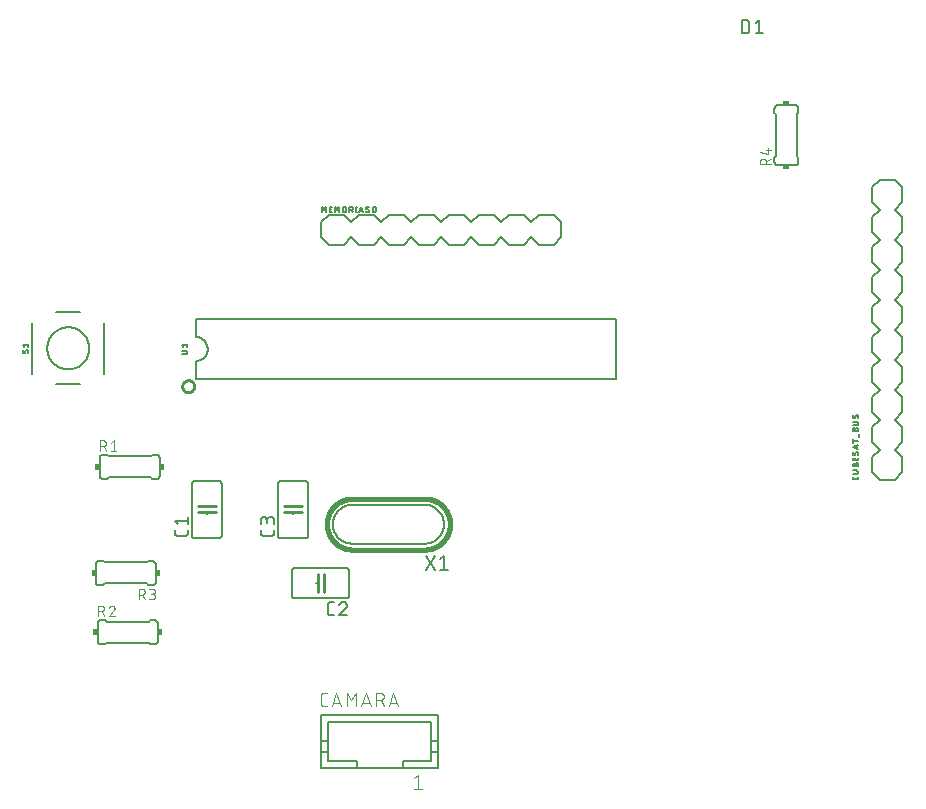
<source format=gbr>
G04 EAGLE Gerber RS-274X export*
G75*
%MOMM*%
%FSLAX34Y34*%
%LPD*%
%INSilkscreen Top*%
%IPPOS*%
%AMOC8*
5,1,8,0,0,1.08239X$1,22.5*%
G01*
%ADD10C,0.152400*%
%ADD11C,0.254000*%
%ADD12C,0.127000*%
%ADD13C,0.203200*%
%ADD14R,0.381000X0.508000*%
%ADD15C,0.101600*%
%ADD16R,0.508000X0.381000*%
%ADD17C,0.406400*%


D10*
X231000Y290710D02*
X231000Y333890D01*
X256400Y333890D02*
X256400Y290710D01*
X253860Y336430D02*
X233540Y336430D01*
X233540Y288170D02*
X253860Y288170D01*
X231000Y333890D02*
X231002Y333990D01*
X231008Y334089D01*
X231018Y334189D01*
X231031Y334287D01*
X231049Y334386D01*
X231070Y334483D01*
X231095Y334579D01*
X231124Y334675D01*
X231157Y334769D01*
X231193Y334862D01*
X231233Y334953D01*
X231277Y335043D01*
X231324Y335131D01*
X231374Y335217D01*
X231428Y335301D01*
X231485Y335383D01*
X231545Y335462D01*
X231609Y335540D01*
X231675Y335614D01*
X231744Y335686D01*
X231816Y335755D01*
X231890Y335821D01*
X231968Y335885D01*
X232047Y335945D01*
X232129Y336002D01*
X232213Y336056D01*
X232299Y336106D01*
X232387Y336153D01*
X232477Y336197D01*
X232568Y336237D01*
X232661Y336273D01*
X232755Y336306D01*
X232851Y336335D01*
X232947Y336360D01*
X233044Y336381D01*
X233143Y336399D01*
X233241Y336412D01*
X233341Y336422D01*
X233440Y336428D01*
X233540Y336430D01*
X231000Y290710D02*
X231002Y290610D01*
X231008Y290511D01*
X231018Y290411D01*
X231031Y290313D01*
X231049Y290214D01*
X231070Y290117D01*
X231095Y290021D01*
X231124Y289925D01*
X231157Y289831D01*
X231193Y289738D01*
X231233Y289647D01*
X231277Y289557D01*
X231324Y289469D01*
X231374Y289383D01*
X231428Y289299D01*
X231485Y289217D01*
X231545Y289138D01*
X231609Y289060D01*
X231675Y288986D01*
X231744Y288914D01*
X231816Y288845D01*
X231890Y288779D01*
X231968Y288715D01*
X232047Y288655D01*
X232129Y288598D01*
X232213Y288544D01*
X232299Y288494D01*
X232387Y288447D01*
X232477Y288403D01*
X232568Y288363D01*
X232661Y288327D01*
X232755Y288294D01*
X232851Y288265D01*
X232947Y288240D01*
X233044Y288219D01*
X233143Y288201D01*
X233241Y288188D01*
X233341Y288178D01*
X233440Y288172D01*
X233540Y288170D01*
X256400Y333890D02*
X256398Y333990D01*
X256392Y334089D01*
X256382Y334189D01*
X256369Y334287D01*
X256351Y334386D01*
X256330Y334483D01*
X256305Y334579D01*
X256276Y334675D01*
X256243Y334769D01*
X256207Y334862D01*
X256167Y334953D01*
X256123Y335043D01*
X256076Y335131D01*
X256026Y335217D01*
X255972Y335301D01*
X255915Y335383D01*
X255855Y335462D01*
X255791Y335540D01*
X255725Y335614D01*
X255656Y335686D01*
X255584Y335755D01*
X255510Y335821D01*
X255432Y335885D01*
X255353Y335945D01*
X255271Y336002D01*
X255187Y336056D01*
X255101Y336106D01*
X255013Y336153D01*
X254923Y336197D01*
X254832Y336237D01*
X254739Y336273D01*
X254645Y336306D01*
X254549Y336335D01*
X254453Y336360D01*
X254356Y336381D01*
X254257Y336399D01*
X254159Y336412D01*
X254059Y336422D01*
X253960Y336428D01*
X253860Y336430D01*
X256400Y290710D02*
X256398Y290610D01*
X256392Y290511D01*
X256382Y290411D01*
X256369Y290313D01*
X256351Y290214D01*
X256330Y290117D01*
X256305Y290021D01*
X256276Y289925D01*
X256243Y289831D01*
X256207Y289738D01*
X256167Y289647D01*
X256123Y289557D01*
X256076Y289469D01*
X256026Y289383D01*
X255972Y289299D01*
X255915Y289217D01*
X255855Y289138D01*
X255791Y289060D01*
X255725Y288986D01*
X255656Y288914D01*
X255584Y288845D01*
X255510Y288779D01*
X255432Y288715D01*
X255353Y288655D01*
X255271Y288598D01*
X255187Y288544D01*
X255101Y288494D01*
X255013Y288447D01*
X254923Y288403D01*
X254832Y288363D01*
X254739Y288327D01*
X254645Y288294D01*
X254549Y288265D01*
X254453Y288240D01*
X254356Y288219D01*
X254257Y288201D01*
X254159Y288188D01*
X254059Y288178D01*
X253960Y288172D01*
X253860Y288170D01*
X243700Y314840D02*
X243700Y316110D01*
D11*
X243700Y314840D02*
X236080Y314840D01*
X243700Y314840D02*
X251320Y314840D01*
X243700Y309760D02*
X236080Y309760D01*
X243700Y309760D02*
X251320Y309760D01*
D10*
X243700Y309760D02*
X243700Y308490D01*
D12*
X227825Y295155D02*
X227825Y292615D01*
X227823Y292515D01*
X227817Y292416D01*
X227807Y292316D01*
X227794Y292218D01*
X227776Y292119D01*
X227755Y292022D01*
X227730Y291926D01*
X227701Y291830D01*
X227668Y291736D01*
X227632Y291643D01*
X227592Y291552D01*
X227548Y291462D01*
X227501Y291374D01*
X227451Y291288D01*
X227397Y291204D01*
X227340Y291122D01*
X227280Y291043D01*
X227216Y290965D01*
X227150Y290891D01*
X227081Y290819D01*
X227009Y290750D01*
X226935Y290684D01*
X226857Y290620D01*
X226778Y290560D01*
X226696Y290503D01*
X226612Y290449D01*
X226526Y290399D01*
X226438Y290352D01*
X226348Y290308D01*
X226257Y290268D01*
X226164Y290232D01*
X226070Y290199D01*
X225974Y290170D01*
X225878Y290145D01*
X225781Y290124D01*
X225682Y290106D01*
X225584Y290093D01*
X225484Y290083D01*
X225385Y290077D01*
X225285Y290075D01*
X218935Y290075D01*
X218835Y290077D01*
X218736Y290083D01*
X218636Y290093D01*
X218538Y290106D01*
X218439Y290124D01*
X218342Y290145D01*
X218246Y290170D01*
X218150Y290199D01*
X218056Y290232D01*
X217963Y290268D01*
X217872Y290308D01*
X217782Y290352D01*
X217694Y290399D01*
X217608Y290449D01*
X217524Y290503D01*
X217442Y290560D01*
X217363Y290620D01*
X217285Y290684D01*
X217211Y290750D01*
X217139Y290819D01*
X217070Y290891D01*
X217004Y290965D01*
X216940Y291043D01*
X216880Y291122D01*
X216823Y291204D01*
X216769Y291288D01*
X216719Y291374D01*
X216672Y291462D01*
X216628Y291552D01*
X216588Y291643D01*
X216552Y291736D01*
X216519Y291830D01*
X216490Y291926D01*
X216465Y292022D01*
X216444Y292119D01*
X216426Y292218D01*
X216413Y292316D01*
X216403Y292416D01*
X216397Y292515D01*
X216395Y292615D01*
X216395Y295155D01*
X218935Y299637D02*
X216395Y302812D01*
X227825Y302812D01*
X227825Y299637D02*
X227825Y305987D01*
D10*
X318410Y237300D02*
X361590Y237300D01*
X361590Y262700D02*
X318410Y262700D01*
X315870Y260160D02*
X315870Y239840D01*
X364130Y239840D02*
X364130Y260160D01*
X318410Y237300D02*
X318310Y237302D01*
X318211Y237308D01*
X318111Y237318D01*
X318013Y237331D01*
X317914Y237349D01*
X317817Y237370D01*
X317721Y237395D01*
X317625Y237424D01*
X317531Y237457D01*
X317438Y237493D01*
X317347Y237533D01*
X317257Y237577D01*
X317169Y237624D01*
X317083Y237674D01*
X316999Y237728D01*
X316917Y237785D01*
X316838Y237845D01*
X316760Y237909D01*
X316686Y237975D01*
X316614Y238044D01*
X316545Y238116D01*
X316479Y238190D01*
X316415Y238268D01*
X316355Y238347D01*
X316298Y238429D01*
X316244Y238513D01*
X316194Y238599D01*
X316147Y238687D01*
X316103Y238777D01*
X316063Y238868D01*
X316027Y238961D01*
X315994Y239055D01*
X315965Y239151D01*
X315940Y239247D01*
X315919Y239344D01*
X315901Y239443D01*
X315888Y239541D01*
X315878Y239641D01*
X315872Y239740D01*
X315870Y239840D01*
X361590Y237300D02*
X361690Y237302D01*
X361789Y237308D01*
X361889Y237318D01*
X361987Y237331D01*
X362086Y237349D01*
X362183Y237370D01*
X362279Y237395D01*
X362375Y237424D01*
X362469Y237457D01*
X362562Y237493D01*
X362653Y237533D01*
X362743Y237577D01*
X362831Y237624D01*
X362917Y237674D01*
X363001Y237728D01*
X363083Y237785D01*
X363162Y237845D01*
X363240Y237909D01*
X363314Y237975D01*
X363386Y238044D01*
X363455Y238116D01*
X363521Y238190D01*
X363585Y238268D01*
X363645Y238347D01*
X363702Y238429D01*
X363756Y238513D01*
X363806Y238599D01*
X363853Y238687D01*
X363897Y238777D01*
X363937Y238868D01*
X363973Y238961D01*
X364006Y239055D01*
X364035Y239151D01*
X364060Y239247D01*
X364081Y239344D01*
X364099Y239443D01*
X364112Y239541D01*
X364122Y239641D01*
X364128Y239740D01*
X364130Y239840D01*
X318410Y262700D02*
X318310Y262698D01*
X318211Y262692D01*
X318111Y262682D01*
X318013Y262669D01*
X317914Y262651D01*
X317817Y262630D01*
X317721Y262605D01*
X317625Y262576D01*
X317531Y262543D01*
X317438Y262507D01*
X317347Y262467D01*
X317257Y262423D01*
X317169Y262376D01*
X317083Y262326D01*
X316999Y262272D01*
X316917Y262215D01*
X316838Y262155D01*
X316760Y262091D01*
X316686Y262025D01*
X316614Y261956D01*
X316545Y261884D01*
X316479Y261810D01*
X316415Y261732D01*
X316355Y261653D01*
X316298Y261571D01*
X316244Y261487D01*
X316194Y261401D01*
X316147Y261313D01*
X316103Y261223D01*
X316063Y261132D01*
X316027Y261039D01*
X315994Y260945D01*
X315965Y260849D01*
X315940Y260753D01*
X315919Y260656D01*
X315901Y260557D01*
X315888Y260459D01*
X315878Y260359D01*
X315872Y260260D01*
X315870Y260160D01*
X361590Y262700D02*
X361690Y262698D01*
X361789Y262692D01*
X361889Y262682D01*
X361987Y262669D01*
X362086Y262651D01*
X362183Y262630D01*
X362279Y262605D01*
X362375Y262576D01*
X362469Y262543D01*
X362562Y262507D01*
X362653Y262467D01*
X362743Y262423D01*
X362831Y262376D01*
X362917Y262326D01*
X363001Y262272D01*
X363083Y262215D01*
X363162Y262155D01*
X363240Y262091D01*
X363314Y262025D01*
X363386Y261956D01*
X363455Y261884D01*
X363521Y261810D01*
X363585Y261732D01*
X363645Y261653D01*
X363702Y261571D01*
X363756Y261487D01*
X363806Y261401D01*
X363853Y261313D01*
X363897Y261223D01*
X363937Y261132D01*
X363973Y261039D01*
X364006Y260945D01*
X364035Y260849D01*
X364060Y260753D01*
X364081Y260656D01*
X364099Y260557D01*
X364112Y260459D01*
X364122Y260359D01*
X364128Y260260D01*
X364130Y260160D01*
X337460Y250000D02*
X336190Y250000D01*
D11*
X337460Y250000D02*
X337460Y242380D01*
X337460Y250000D02*
X337460Y257620D01*
X342540Y250000D02*
X342540Y242380D01*
X342540Y250000D02*
X342540Y257620D01*
D10*
X342540Y250000D02*
X343810Y250000D01*
D12*
X348853Y222695D02*
X351393Y222695D01*
X348853Y222695D02*
X348753Y222697D01*
X348654Y222703D01*
X348554Y222713D01*
X348456Y222726D01*
X348357Y222744D01*
X348260Y222765D01*
X348164Y222790D01*
X348068Y222819D01*
X347974Y222852D01*
X347881Y222888D01*
X347790Y222928D01*
X347700Y222972D01*
X347612Y223019D01*
X347526Y223069D01*
X347442Y223123D01*
X347360Y223180D01*
X347281Y223240D01*
X347203Y223304D01*
X347129Y223370D01*
X347057Y223439D01*
X346988Y223511D01*
X346922Y223585D01*
X346858Y223663D01*
X346798Y223742D01*
X346741Y223824D01*
X346687Y223908D01*
X346637Y223994D01*
X346590Y224082D01*
X346546Y224172D01*
X346506Y224263D01*
X346470Y224356D01*
X346437Y224450D01*
X346408Y224546D01*
X346383Y224642D01*
X346362Y224739D01*
X346344Y224838D01*
X346331Y224936D01*
X346321Y225036D01*
X346315Y225135D01*
X346313Y225235D01*
X346313Y231585D01*
X346315Y231685D01*
X346321Y231784D01*
X346331Y231884D01*
X346344Y231982D01*
X346362Y232081D01*
X346383Y232178D01*
X346408Y232274D01*
X346437Y232370D01*
X346470Y232464D01*
X346506Y232557D01*
X346546Y232648D01*
X346590Y232738D01*
X346637Y232826D01*
X346687Y232912D01*
X346741Y232996D01*
X346798Y233078D01*
X346858Y233157D01*
X346922Y233235D01*
X346988Y233309D01*
X347057Y233381D01*
X347129Y233450D01*
X347203Y233516D01*
X347281Y233580D01*
X347360Y233640D01*
X347442Y233697D01*
X347526Y233751D01*
X347612Y233801D01*
X347700Y233848D01*
X347790Y233892D01*
X347881Y233932D01*
X347974Y233968D01*
X348068Y234001D01*
X348164Y234030D01*
X348260Y234055D01*
X348357Y234076D01*
X348456Y234094D01*
X348554Y234107D01*
X348654Y234117D01*
X348753Y234123D01*
X348853Y234125D01*
X351393Y234125D01*
X359368Y234126D02*
X359472Y234124D01*
X359577Y234118D01*
X359681Y234109D01*
X359784Y234096D01*
X359887Y234078D01*
X359989Y234058D01*
X360091Y234033D01*
X360191Y234005D01*
X360291Y233973D01*
X360389Y233937D01*
X360486Y233898D01*
X360581Y233856D01*
X360675Y233810D01*
X360767Y233760D01*
X360857Y233708D01*
X360945Y233652D01*
X361031Y233592D01*
X361115Y233530D01*
X361196Y233465D01*
X361275Y233397D01*
X361352Y233325D01*
X361425Y233252D01*
X361497Y233175D01*
X361565Y233096D01*
X361630Y233015D01*
X361692Y232931D01*
X361752Y232845D01*
X361808Y232757D01*
X361860Y232667D01*
X361910Y232575D01*
X361956Y232481D01*
X361998Y232386D01*
X362037Y232289D01*
X362073Y232191D01*
X362105Y232091D01*
X362133Y231991D01*
X362158Y231889D01*
X362178Y231787D01*
X362196Y231684D01*
X362209Y231581D01*
X362218Y231477D01*
X362224Y231372D01*
X362226Y231268D01*
X359368Y234125D02*
X359250Y234123D01*
X359131Y234117D01*
X359013Y234108D01*
X358896Y234095D01*
X358779Y234077D01*
X358662Y234057D01*
X358546Y234032D01*
X358431Y234004D01*
X358318Y233971D01*
X358205Y233936D01*
X358093Y233896D01*
X357983Y233854D01*
X357874Y233807D01*
X357766Y233757D01*
X357661Y233704D01*
X357557Y233647D01*
X357455Y233587D01*
X357355Y233524D01*
X357257Y233457D01*
X357161Y233388D01*
X357068Y233315D01*
X356977Y233239D01*
X356888Y233161D01*
X356802Y233079D01*
X356719Y232995D01*
X356638Y232909D01*
X356561Y232819D01*
X356486Y232728D01*
X356414Y232634D01*
X356345Y232537D01*
X356280Y232439D01*
X356217Y232338D01*
X356158Y232235D01*
X356102Y232131D01*
X356050Y232025D01*
X356001Y231917D01*
X355956Y231808D01*
X355914Y231697D01*
X355876Y231585D01*
X361273Y229046D02*
X361349Y229121D01*
X361424Y229200D01*
X361495Y229281D01*
X361564Y229365D01*
X361629Y229451D01*
X361691Y229539D01*
X361751Y229629D01*
X361807Y229721D01*
X361860Y229816D01*
X361909Y229912D01*
X361955Y230010D01*
X361998Y230109D01*
X362037Y230210D01*
X362072Y230312D01*
X362104Y230415D01*
X362132Y230519D01*
X362157Y230624D01*
X362178Y230731D01*
X362195Y230837D01*
X362208Y230944D01*
X362217Y231052D01*
X362223Y231160D01*
X362225Y231268D01*
X361273Y229045D02*
X355875Y222695D01*
X362225Y222695D01*
D10*
X304000Y290710D02*
X304000Y333890D01*
X329400Y333890D02*
X329400Y290710D01*
X326860Y336430D02*
X306540Y336430D01*
X306540Y288170D02*
X326860Y288170D01*
X304000Y333890D02*
X304002Y333990D01*
X304008Y334089D01*
X304018Y334189D01*
X304031Y334287D01*
X304049Y334386D01*
X304070Y334483D01*
X304095Y334579D01*
X304124Y334675D01*
X304157Y334769D01*
X304193Y334862D01*
X304233Y334953D01*
X304277Y335043D01*
X304324Y335131D01*
X304374Y335217D01*
X304428Y335301D01*
X304485Y335383D01*
X304545Y335462D01*
X304609Y335540D01*
X304675Y335614D01*
X304744Y335686D01*
X304816Y335755D01*
X304890Y335821D01*
X304968Y335885D01*
X305047Y335945D01*
X305129Y336002D01*
X305213Y336056D01*
X305299Y336106D01*
X305387Y336153D01*
X305477Y336197D01*
X305568Y336237D01*
X305661Y336273D01*
X305755Y336306D01*
X305851Y336335D01*
X305947Y336360D01*
X306044Y336381D01*
X306143Y336399D01*
X306241Y336412D01*
X306341Y336422D01*
X306440Y336428D01*
X306540Y336430D01*
X304000Y290710D02*
X304002Y290610D01*
X304008Y290511D01*
X304018Y290411D01*
X304031Y290313D01*
X304049Y290214D01*
X304070Y290117D01*
X304095Y290021D01*
X304124Y289925D01*
X304157Y289831D01*
X304193Y289738D01*
X304233Y289647D01*
X304277Y289557D01*
X304324Y289469D01*
X304374Y289383D01*
X304428Y289299D01*
X304485Y289217D01*
X304545Y289138D01*
X304609Y289060D01*
X304675Y288986D01*
X304744Y288914D01*
X304816Y288845D01*
X304890Y288779D01*
X304968Y288715D01*
X305047Y288655D01*
X305129Y288598D01*
X305213Y288544D01*
X305299Y288494D01*
X305387Y288447D01*
X305477Y288403D01*
X305568Y288363D01*
X305661Y288327D01*
X305755Y288294D01*
X305851Y288265D01*
X305947Y288240D01*
X306044Y288219D01*
X306143Y288201D01*
X306241Y288188D01*
X306341Y288178D01*
X306440Y288172D01*
X306540Y288170D01*
X329400Y333890D02*
X329398Y333990D01*
X329392Y334089D01*
X329382Y334189D01*
X329369Y334287D01*
X329351Y334386D01*
X329330Y334483D01*
X329305Y334579D01*
X329276Y334675D01*
X329243Y334769D01*
X329207Y334862D01*
X329167Y334953D01*
X329123Y335043D01*
X329076Y335131D01*
X329026Y335217D01*
X328972Y335301D01*
X328915Y335383D01*
X328855Y335462D01*
X328791Y335540D01*
X328725Y335614D01*
X328656Y335686D01*
X328584Y335755D01*
X328510Y335821D01*
X328432Y335885D01*
X328353Y335945D01*
X328271Y336002D01*
X328187Y336056D01*
X328101Y336106D01*
X328013Y336153D01*
X327923Y336197D01*
X327832Y336237D01*
X327739Y336273D01*
X327645Y336306D01*
X327549Y336335D01*
X327453Y336360D01*
X327356Y336381D01*
X327257Y336399D01*
X327159Y336412D01*
X327059Y336422D01*
X326960Y336428D01*
X326860Y336430D01*
X329400Y290710D02*
X329398Y290610D01*
X329392Y290511D01*
X329382Y290411D01*
X329369Y290313D01*
X329351Y290214D01*
X329330Y290117D01*
X329305Y290021D01*
X329276Y289925D01*
X329243Y289831D01*
X329207Y289738D01*
X329167Y289647D01*
X329123Y289557D01*
X329076Y289469D01*
X329026Y289383D01*
X328972Y289299D01*
X328915Y289217D01*
X328855Y289138D01*
X328791Y289060D01*
X328725Y288986D01*
X328656Y288914D01*
X328584Y288845D01*
X328510Y288779D01*
X328432Y288715D01*
X328353Y288655D01*
X328271Y288598D01*
X328187Y288544D01*
X328101Y288494D01*
X328013Y288447D01*
X327923Y288403D01*
X327832Y288363D01*
X327739Y288327D01*
X327645Y288294D01*
X327549Y288265D01*
X327453Y288240D01*
X327356Y288219D01*
X327257Y288201D01*
X327159Y288188D01*
X327059Y288178D01*
X326960Y288172D01*
X326860Y288170D01*
X316700Y314840D02*
X316700Y316110D01*
D11*
X316700Y314840D02*
X309080Y314840D01*
X316700Y314840D02*
X324320Y314840D01*
X316700Y309760D02*
X309080Y309760D01*
X316700Y309760D02*
X324320Y309760D01*
D10*
X316700Y309760D02*
X316700Y308490D01*
D12*
X300825Y295155D02*
X300825Y292615D01*
X300823Y292515D01*
X300817Y292416D01*
X300807Y292316D01*
X300794Y292218D01*
X300776Y292119D01*
X300755Y292022D01*
X300730Y291926D01*
X300701Y291830D01*
X300668Y291736D01*
X300632Y291643D01*
X300592Y291552D01*
X300548Y291462D01*
X300501Y291374D01*
X300451Y291288D01*
X300397Y291204D01*
X300340Y291122D01*
X300280Y291043D01*
X300216Y290965D01*
X300150Y290891D01*
X300081Y290819D01*
X300009Y290750D01*
X299935Y290684D01*
X299857Y290620D01*
X299778Y290560D01*
X299696Y290503D01*
X299612Y290449D01*
X299526Y290399D01*
X299438Y290352D01*
X299348Y290308D01*
X299257Y290268D01*
X299164Y290232D01*
X299070Y290199D01*
X298974Y290170D01*
X298878Y290145D01*
X298781Y290124D01*
X298682Y290106D01*
X298584Y290093D01*
X298484Y290083D01*
X298385Y290077D01*
X298285Y290075D01*
X291935Y290075D01*
X291835Y290077D01*
X291736Y290083D01*
X291636Y290093D01*
X291538Y290106D01*
X291439Y290124D01*
X291342Y290145D01*
X291246Y290170D01*
X291150Y290199D01*
X291056Y290232D01*
X290963Y290268D01*
X290872Y290308D01*
X290782Y290352D01*
X290694Y290399D01*
X290608Y290449D01*
X290524Y290503D01*
X290442Y290560D01*
X290363Y290620D01*
X290285Y290684D01*
X290211Y290750D01*
X290139Y290819D01*
X290070Y290891D01*
X290004Y290965D01*
X289940Y291043D01*
X289880Y291122D01*
X289823Y291204D01*
X289769Y291288D01*
X289719Y291374D01*
X289672Y291462D01*
X289628Y291552D01*
X289588Y291643D01*
X289552Y291736D01*
X289519Y291830D01*
X289490Y291926D01*
X289465Y292022D01*
X289444Y292119D01*
X289426Y292218D01*
X289413Y292316D01*
X289403Y292416D01*
X289397Y292515D01*
X289395Y292615D01*
X289395Y295155D01*
X300825Y299637D02*
X300825Y302812D01*
X300823Y302923D01*
X300817Y303033D01*
X300808Y303144D01*
X300794Y303254D01*
X300777Y303363D01*
X300756Y303472D01*
X300731Y303580D01*
X300702Y303687D01*
X300670Y303793D01*
X300634Y303898D01*
X300594Y304001D01*
X300551Y304103D01*
X300504Y304204D01*
X300453Y304303D01*
X300400Y304400D01*
X300343Y304494D01*
X300282Y304587D01*
X300219Y304678D01*
X300152Y304767D01*
X300082Y304853D01*
X300009Y304936D01*
X299934Y305018D01*
X299856Y305096D01*
X299774Y305171D01*
X299691Y305244D01*
X299605Y305314D01*
X299516Y305381D01*
X299425Y305444D01*
X299332Y305505D01*
X299238Y305562D01*
X299141Y305615D01*
X299042Y305666D01*
X298941Y305713D01*
X298839Y305756D01*
X298736Y305796D01*
X298631Y305832D01*
X298525Y305864D01*
X298418Y305893D01*
X298310Y305918D01*
X298201Y305939D01*
X298092Y305956D01*
X297982Y305970D01*
X297871Y305979D01*
X297761Y305985D01*
X297650Y305987D01*
X297539Y305985D01*
X297429Y305979D01*
X297318Y305970D01*
X297208Y305956D01*
X297099Y305939D01*
X296990Y305918D01*
X296882Y305893D01*
X296775Y305864D01*
X296669Y305832D01*
X296564Y305796D01*
X296461Y305756D01*
X296359Y305713D01*
X296258Y305666D01*
X296159Y305615D01*
X296063Y305562D01*
X295968Y305505D01*
X295875Y305444D01*
X295784Y305381D01*
X295695Y305314D01*
X295609Y305244D01*
X295526Y305171D01*
X295444Y305096D01*
X295366Y305018D01*
X295291Y304936D01*
X295218Y304853D01*
X295148Y304767D01*
X295081Y304678D01*
X295018Y304587D01*
X294957Y304494D01*
X294900Y304400D01*
X294847Y304303D01*
X294796Y304204D01*
X294749Y304103D01*
X294706Y304001D01*
X294666Y303898D01*
X294630Y303793D01*
X294598Y303687D01*
X294569Y303580D01*
X294544Y303472D01*
X294523Y303363D01*
X294506Y303254D01*
X294492Y303144D01*
X294483Y303033D01*
X294477Y302923D01*
X294475Y302812D01*
X289395Y303447D02*
X289395Y299637D01*
X289395Y303447D02*
X289397Y303547D01*
X289403Y303646D01*
X289413Y303746D01*
X289426Y303844D01*
X289444Y303943D01*
X289465Y304040D01*
X289490Y304136D01*
X289519Y304232D01*
X289552Y304326D01*
X289588Y304419D01*
X289628Y304510D01*
X289672Y304600D01*
X289719Y304688D01*
X289769Y304774D01*
X289823Y304858D01*
X289880Y304940D01*
X289940Y305019D01*
X290004Y305097D01*
X290070Y305171D01*
X290139Y305243D01*
X290211Y305312D01*
X290285Y305378D01*
X290363Y305442D01*
X290442Y305502D01*
X290524Y305559D01*
X290608Y305613D01*
X290694Y305663D01*
X290782Y305710D01*
X290872Y305754D01*
X290963Y305794D01*
X291056Y305830D01*
X291150Y305863D01*
X291246Y305892D01*
X291342Y305917D01*
X291439Y305938D01*
X291538Y305956D01*
X291636Y305969D01*
X291736Y305979D01*
X291835Y305985D01*
X291935Y305987D01*
X292035Y305985D01*
X292134Y305979D01*
X292234Y305969D01*
X292332Y305956D01*
X292431Y305938D01*
X292528Y305917D01*
X292624Y305892D01*
X292720Y305863D01*
X292814Y305830D01*
X292907Y305794D01*
X292998Y305754D01*
X293088Y305710D01*
X293176Y305663D01*
X293262Y305613D01*
X293346Y305559D01*
X293428Y305502D01*
X293507Y305442D01*
X293585Y305378D01*
X293659Y305312D01*
X293731Y305243D01*
X293800Y305171D01*
X293866Y305097D01*
X293930Y305019D01*
X293990Y304940D01*
X294047Y304858D01*
X294101Y304774D01*
X294151Y304688D01*
X294198Y304600D01*
X294242Y304510D01*
X294282Y304419D01*
X294318Y304326D01*
X294351Y304232D01*
X294380Y304136D01*
X294405Y304040D01*
X294426Y303943D01*
X294444Y303844D01*
X294457Y303746D01*
X294467Y303646D01*
X294473Y303547D01*
X294475Y303447D01*
X294475Y300907D01*
X696654Y715325D02*
X696654Y726755D01*
X699829Y726755D01*
X699940Y726753D01*
X700050Y726747D01*
X700161Y726738D01*
X700271Y726724D01*
X700380Y726707D01*
X700489Y726686D01*
X700597Y726661D01*
X700704Y726632D01*
X700810Y726600D01*
X700915Y726564D01*
X701018Y726524D01*
X701120Y726481D01*
X701221Y726434D01*
X701320Y726383D01*
X701417Y726330D01*
X701511Y726273D01*
X701604Y726212D01*
X701695Y726149D01*
X701784Y726082D01*
X701870Y726012D01*
X701953Y725939D01*
X702035Y725864D01*
X702113Y725786D01*
X702188Y725704D01*
X702261Y725621D01*
X702331Y725535D01*
X702398Y725446D01*
X702461Y725355D01*
X702522Y725262D01*
X702579Y725168D01*
X702632Y725071D01*
X702683Y724972D01*
X702730Y724871D01*
X702773Y724769D01*
X702813Y724666D01*
X702849Y724561D01*
X702881Y724455D01*
X702910Y724348D01*
X702935Y724240D01*
X702956Y724131D01*
X702973Y724022D01*
X702987Y723912D01*
X702996Y723801D01*
X703002Y723691D01*
X703004Y723580D01*
X703004Y718500D01*
X703002Y718389D01*
X702996Y718279D01*
X702987Y718168D01*
X702973Y718058D01*
X702956Y717949D01*
X702935Y717840D01*
X702910Y717732D01*
X702881Y717625D01*
X702849Y717519D01*
X702813Y717414D01*
X702773Y717311D01*
X702730Y717209D01*
X702683Y717108D01*
X702632Y717009D01*
X702579Y716913D01*
X702522Y716818D01*
X702461Y716725D01*
X702398Y716634D01*
X702331Y716545D01*
X702261Y716459D01*
X702188Y716376D01*
X702113Y716294D01*
X702035Y716216D01*
X701953Y716141D01*
X701870Y716068D01*
X701784Y715998D01*
X701695Y715931D01*
X701604Y715868D01*
X701511Y715807D01*
X701417Y715750D01*
X701320Y715697D01*
X701221Y715646D01*
X701120Y715599D01*
X701018Y715556D01*
X700915Y715516D01*
X700810Y715480D01*
X700704Y715448D01*
X700597Y715419D01*
X700489Y715394D01*
X700380Y715373D01*
X700271Y715356D01*
X700161Y715342D01*
X700050Y715333D01*
X699940Y715327D01*
X699829Y715325D01*
X696654Y715325D01*
X708465Y724215D02*
X711640Y726755D01*
X711640Y715325D01*
X708465Y715325D02*
X714815Y715325D01*
D13*
X511950Y562000D02*
X499250Y562000D01*
X511950Y562000D02*
X518300Y555650D01*
X518300Y542950D02*
X511950Y536600D01*
X473850Y562000D02*
X467500Y555650D01*
X473850Y562000D02*
X486550Y562000D01*
X492900Y555650D01*
X492900Y542950D02*
X486550Y536600D01*
X473850Y536600D01*
X467500Y542950D01*
X492900Y555650D02*
X499250Y562000D01*
X492900Y542950D02*
X499250Y536600D01*
X511950Y536600D01*
X435750Y562000D02*
X423050Y562000D01*
X435750Y562000D02*
X442100Y555650D01*
X442100Y542950D02*
X435750Y536600D01*
X442100Y555650D02*
X448450Y562000D01*
X461150Y562000D01*
X467500Y555650D01*
X467500Y542950D02*
X461150Y536600D01*
X448450Y536600D01*
X442100Y542950D01*
X397650Y562000D02*
X391300Y555650D01*
X397650Y562000D02*
X410350Y562000D01*
X416700Y555650D01*
X416700Y542950D02*
X410350Y536600D01*
X397650Y536600D01*
X391300Y542950D01*
X416700Y555650D02*
X423050Y562000D01*
X416700Y542950D02*
X423050Y536600D01*
X435750Y536600D01*
X359550Y562000D02*
X346850Y562000D01*
X359550Y562000D02*
X365900Y555650D01*
X365900Y542950D02*
X359550Y536600D01*
X365900Y555650D02*
X372250Y562000D01*
X384950Y562000D01*
X391300Y555650D01*
X391300Y542950D02*
X384950Y536600D01*
X372250Y536600D01*
X365900Y542950D01*
X340500Y542950D02*
X340500Y555650D01*
X346850Y562000D01*
X340500Y542950D02*
X346850Y536600D01*
X359550Y536600D01*
X524650Y562000D02*
X537350Y562000D01*
X543700Y555650D01*
X543700Y542950D01*
X537350Y536600D01*
X518300Y555650D02*
X524650Y562000D01*
X518300Y542950D02*
X524650Y536600D01*
X537350Y536600D01*
D12*
X341135Y563905D02*
X341135Y568731D01*
X342744Y566050D01*
X344352Y568731D01*
X344352Y563905D01*
X347641Y563905D02*
X349785Y563905D01*
X347641Y563905D02*
X347641Y568731D01*
X349785Y568731D01*
X349249Y566586D02*
X347641Y566586D01*
X352474Y568731D02*
X352474Y563905D01*
X354082Y566050D02*
X352474Y568731D01*
X354082Y566050D02*
X355691Y568731D01*
X355691Y563905D01*
X358777Y565246D02*
X358777Y567390D01*
X358776Y567390D02*
X358778Y567461D01*
X358784Y567533D01*
X358793Y567603D01*
X358806Y567673D01*
X358823Y567743D01*
X358844Y567811D01*
X358868Y567878D01*
X358896Y567944D01*
X358927Y568008D01*
X358962Y568071D01*
X359000Y568131D01*
X359041Y568190D01*
X359085Y568246D01*
X359132Y568300D01*
X359181Y568351D01*
X359234Y568399D01*
X359289Y568445D01*
X359346Y568487D01*
X359406Y568527D01*
X359467Y568563D01*
X359531Y568596D01*
X359596Y568625D01*
X359662Y568651D01*
X359730Y568674D01*
X359799Y568693D01*
X359869Y568708D01*
X359939Y568719D01*
X360010Y568727D01*
X360081Y568731D01*
X360153Y568731D01*
X360224Y568727D01*
X360295Y568719D01*
X360365Y568708D01*
X360435Y568693D01*
X360504Y568674D01*
X360572Y568651D01*
X360638Y568625D01*
X360703Y568596D01*
X360767Y568563D01*
X360828Y568527D01*
X360888Y568487D01*
X360945Y568445D01*
X361000Y568399D01*
X361053Y568351D01*
X361102Y568300D01*
X361149Y568246D01*
X361193Y568190D01*
X361234Y568131D01*
X361272Y568071D01*
X361307Y568008D01*
X361338Y567944D01*
X361366Y567878D01*
X361390Y567811D01*
X361411Y567743D01*
X361428Y567673D01*
X361441Y567603D01*
X361450Y567533D01*
X361456Y567461D01*
X361458Y567390D01*
X361458Y565246D01*
X361456Y565175D01*
X361450Y565103D01*
X361441Y565033D01*
X361428Y564963D01*
X361411Y564893D01*
X361390Y564825D01*
X361366Y564758D01*
X361338Y564692D01*
X361307Y564628D01*
X361272Y564565D01*
X361234Y564505D01*
X361193Y564446D01*
X361149Y564390D01*
X361102Y564336D01*
X361053Y564285D01*
X361000Y564237D01*
X360945Y564191D01*
X360888Y564149D01*
X360828Y564109D01*
X360767Y564073D01*
X360703Y564040D01*
X360638Y564011D01*
X360572Y563985D01*
X360504Y563962D01*
X360435Y563943D01*
X360365Y563928D01*
X360295Y563917D01*
X360224Y563909D01*
X360153Y563905D01*
X360081Y563905D01*
X360010Y563909D01*
X359939Y563917D01*
X359869Y563928D01*
X359799Y563943D01*
X359730Y563962D01*
X359662Y563985D01*
X359596Y564011D01*
X359531Y564040D01*
X359467Y564073D01*
X359406Y564109D01*
X359346Y564149D01*
X359289Y564191D01*
X359234Y564237D01*
X359181Y564285D01*
X359132Y564336D01*
X359085Y564390D01*
X359041Y564446D01*
X359000Y564505D01*
X358962Y564565D01*
X358927Y564628D01*
X358896Y564692D01*
X358868Y564758D01*
X358844Y564825D01*
X358823Y564893D01*
X358806Y564963D01*
X358793Y565033D01*
X358784Y565103D01*
X358778Y565175D01*
X358776Y565246D01*
X364510Y563905D02*
X364510Y568731D01*
X365850Y568731D01*
X365921Y568729D01*
X365993Y568723D01*
X366063Y568714D01*
X366133Y568701D01*
X366203Y568684D01*
X366271Y568663D01*
X366338Y568639D01*
X366404Y568611D01*
X366468Y568580D01*
X366531Y568545D01*
X366591Y568507D01*
X366650Y568466D01*
X366706Y568422D01*
X366760Y568375D01*
X366811Y568326D01*
X366859Y568273D01*
X366905Y568218D01*
X366947Y568161D01*
X366987Y568101D01*
X367023Y568040D01*
X367056Y567976D01*
X367085Y567911D01*
X367111Y567845D01*
X367134Y567777D01*
X367153Y567708D01*
X367168Y567638D01*
X367179Y567568D01*
X367187Y567497D01*
X367191Y567426D01*
X367191Y567354D01*
X367187Y567283D01*
X367179Y567212D01*
X367168Y567142D01*
X367153Y567072D01*
X367134Y567003D01*
X367111Y566935D01*
X367085Y566869D01*
X367056Y566804D01*
X367023Y566740D01*
X366987Y566679D01*
X366947Y566619D01*
X366905Y566562D01*
X366859Y566507D01*
X366811Y566454D01*
X366760Y566405D01*
X366706Y566358D01*
X366650Y566314D01*
X366591Y566273D01*
X366531Y566235D01*
X366468Y566200D01*
X366404Y566169D01*
X366338Y566141D01*
X366271Y566117D01*
X366203Y566096D01*
X366133Y566079D01*
X366063Y566066D01*
X365993Y566057D01*
X365921Y566051D01*
X365850Y566049D01*
X365850Y566050D02*
X364510Y566050D01*
X366118Y566050D02*
X367191Y563905D01*
X370176Y563905D02*
X370176Y568731D01*
X369639Y563905D02*
X370712Y563905D01*
X370712Y568731D02*
X369639Y568731D01*
X374565Y568731D02*
X372956Y563905D01*
X376173Y563905D02*
X374565Y568731D01*
X375771Y565112D02*
X373358Y565112D01*
X380136Y563905D02*
X380201Y563907D01*
X380265Y563913D01*
X380329Y563923D01*
X380393Y563936D01*
X380455Y563954D01*
X380516Y563975D01*
X380576Y563999D01*
X380634Y564028D01*
X380691Y564060D01*
X380745Y564095D01*
X380797Y564133D01*
X380847Y564175D01*
X380894Y564219D01*
X380938Y564266D01*
X380980Y564316D01*
X381018Y564368D01*
X381053Y564422D01*
X381085Y564479D01*
X381114Y564537D01*
X381138Y564597D01*
X381159Y564658D01*
X381177Y564720D01*
X381190Y564784D01*
X381200Y564848D01*
X381206Y564912D01*
X381208Y564977D01*
X380136Y563905D02*
X380042Y563907D01*
X379948Y563913D01*
X379854Y563923D01*
X379761Y563936D01*
X379669Y563954D01*
X379577Y563975D01*
X379486Y564000D01*
X379396Y564029D01*
X379308Y564062D01*
X379221Y564098D01*
X379136Y564138D01*
X379052Y564181D01*
X378971Y564228D01*
X378891Y564278D01*
X378813Y564331D01*
X378738Y564388D01*
X378665Y564447D01*
X378595Y564510D01*
X378527Y564575D01*
X378662Y567659D02*
X378664Y567724D01*
X378670Y567788D01*
X378680Y567852D01*
X378693Y567916D01*
X378711Y567978D01*
X378732Y568039D01*
X378756Y568099D01*
X378785Y568157D01*
X378817Y568214D01*
X378852Y568268D01*
X378890Y568320D01*
X378932Y568370D01*
X378976Y568417D01*
X379023Y568461D01*
X379073Y568503D01*
X379125Y568541D01*
X379179Y568576D01*
X379236Y568608D01*
X379294Y568637D01*
X379354Y568661D01*
X379415Y568682D01*
X379477Y568700D01*
X379541Y568713D01*
X379605Y568723D01*
X379669Y568729D01*
X379734Y568731D01*
X379820Y568729D01*
X379906Y568724D01*
X379992Y568714D01*
X380077Y568701D01*
X380162Y568685D01*
X380246Y568665D01*
X380329Y568641D01*
X380411Y568614D01*
X380491Y568583D01*
X380571Y568549D01*
X380648Y568511D01*
X380724Y568470D01*
X380798Y568426D01*
X380870Y568379D01*
X380941Y568329D01*
X379198Y566721D02*
X379145Y566754D01*
X379094Y566791D01*
X379045Y566830D01*
X378998Y566872D01*
X378954Y566917D01*
X378913Y566964D01*
X378874Y567013D01*
X378838Y567065D01*
X378805Y567119D01*
X378776Y567174D01*
X378750Y567231D01*
X378727Y567290D01*
X378707Y567349D01*
X378691Y567410D01*
X378678Y567471D01*
X378669Y567534D01*
X378664Y567596D01*
X378662Y567659D01*
X380672Y565915D02*
X380725Y565882D01*
X380776Y565845D01*
X380825Y565806D01*
X380872Y565764D01*
X380916Y565719D01*
X380957Y565672D01*
X380996Y565623D01*
X381032Y565571D01*
X381065Y565517D01*
X381094Y565462D01*
X381120Y565405D01*
X381143Y565346D01*
X381163Y565287D01*
X381179Y565226D01*
X381192Y565165D01*
X381201Y565102D01*
X381206Y565040D01*
X381208Y564977D01*
X380672Y565916D02*
X379198Y566720D01*
X384014Y568731D02*
X384014Y563905D01*
X384014Y568731D02*
X385354Y568731D01*
X385424Y568729D01*
X385494Y568724D01*
X385564Y568714D01*
X385633Y568702D01*
X385701Y568685D01*
X385768Y568665D01*
X385835Y568642D01*
X385899Y568615D01*
X385963Y568585D01*
X386025Y568551D01*
X386084Y568515D01*
X386142Y568475D01*
X386198Y568432D01*
X386251Y568387D01*
X386302Y568338D01*
X386351Y568287D01*
X386396Y568234D01*
X386439Y568178D01*
X386479Y568120D01*
X386515Y568061D01*
X386549Y567999D01*
X386579Y567935D01*
X386606Y567871D01*
X386629Y567804D01*
X386649Y567737D01*
X386666Y567669D01*
X386678Y567600D01*
X386688Y567530D01*
X386693Y567460D01*
X386695Y567390D01*
X386695Y565246D01*
X386693Y565176D01*
X386688Y565106D01*
X386678Y565036D01*
X386666Y564967D01*
X386649Y564899D01*
X386629Y564832D01*
X386606Y564765D01*
X386579Y564701D01*
X386549Y564637D01*
X386515Y564575D01*
X386479Y564516D01*
X386439Y564458D01*
X386396Y564402D01*
X386351Y564349D01*
X386302Y564298D01*
X386251Y564249D01*
X386198Y564204D01*
X386142Y564161D01*
X386084Y564121D01*
X386024Y564085D01*
X385963Y564051D01*
X385899Y564021D01*
X385835Y563994D01*
X385768Y563971D01*
X385701Y563951D01*
X385633Y563934D01*
X385564Y563922D01*
X385494Y563912D01*
X385424Y563907D01*
X385354Y563905D01*
X384014Y563905D01*
D10*
X155440Y358660D02*
X155340Y358658D01*
X155241Y358652D01*
X155141Y358642D01*
X155043Y358629D01*
X154944Y358611D01*
X154847Y358590D01*
X154751Y358565D01*
X154655Y358536D01*
X154561Y358503D01*
X154468Y358467D01*
X154377Y358427D01*
X154287Y358383D01*
X154199Y358336D01*
X154113Y358286D01*
X154029Y358232D01*
X153947Y358175D01*
X153868Y358115D01*
X153790Y358051D01*
X153716Y357985D01*
X153644Y357916D01*
X153575Y357844D01*
X153509Y357770D01*
X153445Y357692D01*
X153385Y357613D01*
X153328Y357531D01*
X153274Y357447D01*
X153224Y357361D01*
X153177Y357273D01*
X153133Y357183D01*
X153093Y357092D01*
X153057Y356999D01*
X153024Y356905D01*
X152995Y356809D01*
X152970Y356713D01*
X152949Y356616D01*
X152931Y356517D01*
X152918Y356419D01*
X152908Y356319D01*
X152902Y356220D01*
X152900Y356120D01*
X152900Y340880D02*
X152902Y340780D01*
X152908Y340681D01*
X152918Y340581D01*
X152931Y340483D01*
X152949Y340384D01*
X152970Y340287D01*
X152995Y340191D01*
X153024Y340095D01*
X153057Y340001D01*
X153093Y339908D01*
X153133Y339817D01*
X153177Y339727D01*
X153224Y339639D01*
X153274Y339553D01*
X153328Y339469D01*
X153385Y339387D01*
X153445Y339308D01*
X153509Y339230D01*
X153575Y339156D01*
X153644Y339084D01*
X153716Y339015D01*
X153790Y338949D01*
X153868Y338885D01*
X153947Y338825D01*
X154029Y338768D01*
X154113Y338714D01*
X154199Y338664D01*
X154287Y338617D01*
X154377Y338573D01*
X154468Y338533D01*
X154561Y338497D01*
X154655Y338464D01*
X154751Y338435D01*
X154847Y338410D01*
X154944Y338389D01*
X155043Y338371D01*
X155141Y338358D01*
X155241Y338348D01*
X155340Y338342D01*
X155440Y338340D01*
X201160Y338340D02*
X201260Y338342D01*
X201359Y338348D01*
X201459Y338358D01*
X201557Y338371D01*
X201656Y338389D01*
X201753Y338410D01*
X201849Y338435D01*
X201945Y338464D01*
X202039Y338497D01*
X202132Y338533D01*
X202223Y338573D01*
X202313Y338617D01*
X202401Y338664D01*
X202487Y338714D01*
X202571Y338768D01*
X202653Y338825D01*
X202732Y338885D01*
X202810Y338949D01*
X202884Y339015D01*
X202956Y339084D01*
X203025Y339156D01*
X203091Y339230D01*
X203155Y339308D01*
X203215Y339387D01*
X203272Y339469D01*
X203326Y339553D01*
X203376Y339639D01*
X203423Y339727D01*
X203467Y339817D01*
X203507Y339908D01*
X203543Y340001D01*
X203576Y340095D01*
X203605Y340191D01*
X203630Y340287D01*
X203651Y340384D01*
X203669Y340483D01*
X203682Y340581D01*
X203692Y340681D01*
X203698Y340780D01*
X203700Y340880D01*
X203700Y356120D02*
X203698Y356220D01*
X203692Y356319D01*
X203682Y356419D01*
X203669Y356517D01*
X203651Y356616D01*
X203630Y356713D01*
X203605Y356809D01*
X203576Y356905D01*
X203543Y356999D01*
X203507Y357092D01*
X203467Y357183D01*
X203423Y357273D01*
X203376Y357361D01*
X203326Y357447D01*
X203272Y357531D01*
X203215Y357613D01*
X203155Y357692D01*
X203091Y357770D01*
X203025Y357844D01*
X202956Y357916D01*
X202884Y357985D01*
X202810Y358051D01*
X202732Y358115D01*
X202653Y358175D01*
X202571Y358232D01*
X202487Y358286D01*
X202401Y358336D01*
X202313Y358383D01*
X202223Y358427D01*
X202132Y358467D01*
X202039Y358503D01*
X201945Y358536D01*
X201849Y358565D01*
X201753Y358590D01*
X201656Y358611D01*
X201557Y358629D01*
X201459Y358642D01*
X201359Y358652D01*
X201260Y358658D01*
X201160Y358660D01*
X152900Y356120D02*
X152900Y340880D01*
X155440Y358660D02*
X159250Y358660D01*
X160520Y357390D01*
X159250Y338340D02*
X155440Y338340D01*
X159250Y338340D02*
X160520Y339610D01*
X196080Y357390D02*
X197350Y358660D01*
X196080Y357390D02*
X160520Y357390D01*
X196080Y339610D02*
X197350Y338340D01*
X196080Y339610D02*
X160520Y339610D01*
X197350Y358660D02*
X201160Y358660D01*
X201160Y338340D02*
X197350Y338340D01*
X203700Y340880D02*
X203700Y356120D01*
D14*
X205605Y348500D03*
X150995Y348500D03*
D15*
X153408Y361962D02*
X153408Y370852D01*
X155877Y370852D01*
X155975Y370850D01*
X156073Y370844D01*
X156171Y370834D01*
X156268Y370821D01*
X156365Y370803D01*
X156461Y370782D01*
X156555Y370757D01*
X156649Y370728D01*
X156742Y370696D01*
X156833Y370659D01*
X156923Y370620D01*
X157011Y370576D01*
X157097Y370529D01*
X157182Y370479D01*
X157264Y370426D01*
X157344Y370369D01*
X157422Y370309D01*
X157497Y370246D01*
X157570Y370180D01*
X157640Y370111D01*
X157707Y370040D01*
X157772Y369966D01*
X157833Y369889D01*
X157892Y369810D01*
X157947Y369729D01*
X157999Y369646D01*
X158047Y369560D01*
X158092Y369473D01*
X158134Y369384D01*
X158172Y369294D01*
X158206Y369202D01*
X158237Y369109D01*
X158264Y369014D01*
X158287Y368919D01*
X158307Y368822D01*
X158322Y368726D01*
X158334Y368628D01*
X158342Y368530D01*
X158346Y368432D01*
X158346Y368334D01*
X158342Y368236D01*
X158334Y368138D01*
X158322Y368040D01*
X158307Y367944D01*
X158287Y367847D01*
X158264Y367752D01*
X158237Y367657D01*
X158206Y367564D01*
X158172Y367472D01*
X158134Y367382D01*
X158092Y367293D01*
X158047Y367206D01*
X157999Y367120D01*
X157947Y367037D01*
X157892Y366956D01*
X157833Y366877D01*
X157772Y366800D01*
X157707Y366726D01*
X157640Y366655D01*
X157570Y366586D01*
X157497Y366520D01*
X157422Y366457D01*
X157344Y366397D01*
X157264Y366340D01*
X157182Y366287D01*
X157097Y366237D01*
X157011Y366190D01*
X156923Y366146D01*
X156833Y366107D01*
X156742Y366070D01*
X156649Y366038D01*
X156555Y366009D01*
X156461Y365984D01*
X156365Y365963D01*
X156268Y365945D01*
X156171Y365932D01*
X156073Y365922D01*
X155975Y365916D01*
X155877Y365914D01*
X155877Y365913D02*
X153408Y365913D01*
X156371Y365913D02*
X158347Y361962D01*
X162258Y368876D02*
X164727Y370852D01*
X164727Y361962D01*
X162258Y361962D02*
X167197Y361962D01*
D10*
X153840Y218660D02*
X153740Y218658D01*
X153641Y218652D01*
X153541Y218642D01*
X153443Y218629D01*
X153344Y218611D01*
X153247Y218590D01*
X153151Y218565D01*
X153055Y218536D01*
X152961Y218503D01*
X152868Y218467D01*
X152777Y218427D01*
X152687Y218383D01*
X152599Y218336D01*
X152513Y218286D01*
X152429Y218232D01*
X152347Y218175D01*
X152268Y218115D01*
X152190Y218051D01*
X152116Y217985D01*
X152044Y217916D01*
X151975Y217844D01*
X151909Y217770D01*
X151845Y217692D01*
X151785Y217613D01*
X151728Y217531D01*
X151674Y217447D01*
X151624Y217361D01*
X151577Y217273D01*
X151533Y217183D01*
X151493Y217092D01*
X151457Y216999D01*
X151424Y216905D01*
X151395Y216809D01*
X151370Y216713D01*
X151349Y216616D01*
X151331Y216517D01*
X151318Y216419D01*
X151308Y216319D01*
X151302Y216220D01*
X151300Y216120D01*
X151300Y200880D02*
X151302Y200780D01*
X151308Y200681D01*
X151318Y200581D01*
X151331Y200483D01*
X151349Y200384D01*
X151370Y200287D01*
X151395Y200191D01*
X151424Y200095D01*
X151457Y200001D01*
X151493Y199908D01*
X151533Y199817D01*
X151577Y199727D01*
X151624Y199639D01*
X151674Y199553D01*
X151728Y199469D01*
X151785Y199387D01*
X151845Y199308D01*
X151909Y199230D01*
X151975Y199156D01*
X152044Y199084D01*
X152116Y199015D01*
X152190Y198949D01*
X152268Y198885D01*
X152347Y198825D01*
X152429Y198768D01*
X152513Y198714D01*
X152599Y198664D01*
X152687Y198617D01*
X152777Y198573D01*
X152868Y198533D01*
X152961Y198497D01*
X153055Y198464D01*
X153151Y198435D01*
X153247Y198410D01*
X153344Y198389D01*
X153443Y198371D01*
X153541Y198358D01*
X153641Y198348D01*
X153740Y198342D01*
X153840Y198340D01*
X199560Y198340D02*
X199660Y198342D01*
X199759Y198348D01*
X199859Y198358D01*
X199957Y198371D01*
X200056Y198389D01*
X200153Y198410D01*
X200249Y198435D01*
X200345Y198464D01*
X200439Y198497D01*
X200532Y198533D01*
X200623Y198573D01*
X200713Y198617D01*
X200801Y198664D01*
X200887Y198714D01*
X200971Y198768D01*
X201053Y198825D01*
X201132Y198885D01*
X201210Y198949D01*
X201284Y199015D01*
X201356Y199084D01*
X201425Y199156D01*
X201491Y199230D01*
X201555Y199308D01*
X201615Y199387D01*
X201672Y199469D01*
X201726Y199553D01*
X201776Y199639D01*
X201823Y199727D01*
X201867Y199817D01*
X201907Y199908D01*
X201943Y200001D01*
X201976Y200095D01*
X202005Y200191D01*
X202030Y200287D01*
X202051Y200384D01*
X202069Y200483D01*
X202082Y200581D01*
X202092Y200681D01*
X202098Y200780D01*
X202100Y200880D01*
X202100Y216120D02*
X202098Y216220D01*
X202092Y216319D01*
X202082Y216419D01*
X202069Y216517D01*
X202051Y216616D01*
X202030Y216713D01*
X202005Y216809D01*
X201976Y216905D01*
X201943Y216999D01*
X201907Y217092D01*
X201867Y217183D01*
X201823Y217273D01*
X201776Y217361D01*
X201726Y217447D01*
X201672Y217531D01*
X201615Y217613D01*
X201555Y217692D01*
X201491Y217770D01*
X201425Y217844D01*
X201356Y217916D01*
X201284Y217985D01*
X201210Y218051D01*
X201132Y218115D01*
X201053Y218175D01*
X200971Y218232D01*
X200887Y218286D01*
X200801Y218336D01*
X200713Y218383D01*
X200623Y218427D01*
X200532Y218467D01*
X200439Y218503D01*
X200345Y218536D01*
X200249Y218565D01*
X200153Y218590D01*
X200056Y218611D01*
X199957Y218629D01*
X199859Y218642D01*
X199759Y218652D01*
X199660Y218658D01*
X199560Y218660D01*
X151300Y216120D02*
X151300Y200880D01*
X153840Y218660D02*
X157650Y218660D01*
X158920Y217390D01*
X157650Y198340D02*
X153840Y198340D01*
X157650Y198340D02*
X158920Y199610D01*
X194480Y217390D02*
X195750Y218660D01*
X194480Y217390D02*
X158920Y217390D01*
X194480Y199610D02*
X195750Y198340D01*
X194480Y199610D02*
X158920Y199610D01*
X195750Y218660D02*
X199560Y218660D01*
X199560Y198340D02*
X195750Y198340D01*
X202100Y200880D02*
X202100Y216120D01*
D14*
X204005Y208500D03*
X149395Y208500D03*
D15*
X151808Y221962D02*
X151808Y230852D01*
X154277Y230852D01*
X154375Y230850D01*
X154473Y230844D01*
X154571Y230834D01*
X154668Y230821D01*
X154765Y230803D01*
X154861Y230782D01*
X154955Y230757D01*
X155049Y230728D01*
X155142Y230696D01*
X155233Y230659D01*
X155323Y230620D01*
X155411Y230576D01*
X155497Y230529D01*
X155582Y230479D01*
X155664Y230426D01*
X155744Y230369D01*
X155822Y230309D01*
X155897Y230246D01*
X155970Y230180D01*
X156040Y230111D01*
X156107Y230040D01*
X156172Y229966D01*
X156233Y229889D01*
X156292Y229810D01*
X156347Y229729D01*
X156399Y229646D01*
X156447Y229560D01*
X156492Y229473D01*
X156534Y229384D01*
X156572Y229294D01*
X156606Y229202D01*
X156637Y229109D01*
X156664Y229014D01*
X156687Y228919D01*
X156707Y228822D01*
X156722Y228726D01*
X156734Y228628D01*
X156742Y228530D01*
X156746Y228432D01*
X156746Y228334D01*
X156742Y228236D01*
X156734Y228138D01*
X156722Y228040D01*
X156707Y227944D01*
X156687Y227847D01*
X156664Y227752D01*
X156637Y227657D01*
X156606Y227564D01*
X156572Y227472D01*
X156534Y227382D01*
X156492Y227293D01*
X156447Y227206D01*
X156399Y227120D01*
X156347Y227037D01*
X156292Y226956D01*
X156233Y226877D01*
X156172Y226800D01*
X156107Y226726D01*
X156040Y226655D01*
X155970Y226586D01*
X155897Y226520D01*
X155822Y226457D01*
X155744Y226397D01*
X155664Y226340D01*
X155582Y226287D01*
X155497Y226237D01*
X155411Y226190D01*
X155323Y226146D01*
X155233Y226107D01*
X155142Y226070D01*
X155049Y226038D01*
X154955Y226009D01*
X154861Y225984D01*
X154765Y225963D01*
X154668Y225945D01*
X154571Y225932D01*
X154473Y225922D01*
X154375Y225916D01*
X154277Y225914D01*
X154277Y225913D02*
X151808Y225913D01*
X154771Y225913D02*
X156747Y221962D01*
X165597Y228630D02*
X165595Y228722D01*
X165589Y228814D01*
X165580Y228905D01*
X165567Y228996D01*
X165550Y229086D01*
X165529Y229176D01*
X165505Y229264D01*
X165477Y229352D01*
X165445Y229438D01*
X165410Y229523D01*
X165371Y229606D01*
X165329Y229688D01*
X165284Y229768D01*
X165235Y229846D01*
X165183Y229922D01*
X165128Y229995D01*
X165070Y230067D01*
X165010Y230136D01*
X164946Y230202D01*
X164880Y230266D01*
X164811Y230326D01*
X164739Y230384D01*
X164666Y230439D01*
X164590Y230491D01*
X164512Y230540D01*
X164432Y230585D01*
X164350Y230627D01*
X164267Y230666D01*
X164182Y230701D01*
X164096Y230733D01*
X164008Y230761D01*
X163920Y230785D01*
X163830Y230806D01*
X163740Y230823D01*
X163649Y230836D01*
X163558Y230845D01*
X163466Y230851D01*
X163374Y230853D01*
X163374Y230852D02*
X163268Y230850D01*
X163163Y230844D01*
X163058Y230834D01*
X162953Y230821D01*
X162849Y230803D01*
X162746Y230782D01*
X162643Y230757D01*
X162541Y230728D01*
X162441Y230695D01*
X162342Y230659D01*
X162244Y230619D01*
X162148Y230575D01*
X162053Y230528D01*
X161961Y230478D01*
X161870Y230424D01*
X161781Y230366D01*
X161695Y230306D01*
X161611Y230242D01*
X161529Y230176D01*
X161449Y230106D01*
X161373Y230033D01*
X161299Y229958D01*
X161228Y229880D01*
X161160Y229799D01*
X161094Y229716D01*
X161032Y229630D01*
X160974Y229543D01*
X160918Y229453D01*
X160866Y229361D01*
X160817Y229267D01*
X160772Y229172D01*
X160730Y229075D01*
X160692Y228976D01*
X160658Y228877D01*
X164856Y226901D02*
X164925Y226970D01*
X164991Y227040D01*
X165054Y227114D01*
X165113Y227190D01*
X165170Y227268D01*
X165224Y227348D01*
X165274Y227431D01*
X165321Y227515D01*
X165364Y227602D01*
X165404Y227690D01*
X165440Y227779D01*
X165473Y227870D01*
X165502Y227962D01*
X165527Y228056D01*
X165548Y228150D01*
X165566Y228245D01*
X165579Y228341D01*
X165589Y228437D01*
X165595Y228533D01*
X165597Y228630D01*
X164856Y226901D02*
X160658Y221962D01*
X165597Y221962D01*
D10*
X197960Y248340D02*
X198060Y248342D01*
X198159Y248348D01*
X198259Y248358D01*
X198357Y248371D01*
X198456Y248389D01*
X198553Y248410D01*
X198649Y248435D01*
X198745Y248464D01*
X198839Y248497D01*
X198932Y248533D01*
X199023Y248573D01*
X199113Y248617D01*
X199201Y248664D01*
X199287Y248714D01*
X199371Y248768D01*
X199453Y248825D01*
X199532Y248885D01*
X199610Y248949D01*
X199684Y249015D01*
X199756Y249084D01*
X199825Y249156D01*
X199891Y249230D01*
X199955Y249308D01*
X200015Y249387D01*
X200072Y249469D01*
X200126Y249553D01*
X200176Y249639D01*
X200223Y249727D01*
X200267Y249817D01*
X200307Y249908D01*
X200343Y250001D01*
X200376Y250095D01*
X200405Y250191D01*
X200430Y250287D01*
X200451Y250384D01*
X200469Y250483D01*
X200482Y250581D01*
X200492Y250681D01*
X200498Y250780D01*
X200500Y250880D01*
X200500Y266120D02*
X200498Y266220D01*
X200492Y266319D01*
X200482Y266419D01*
X200469Y266517D01*
X200451Y266616D01*
X200430Y266713D01*
X200405Y266809D01*
X200376Y266905D01*
X200343Y266999D01*
X200307Y267092D01*
X200267Y267183D01*
X200223Y267273D01*
X200176Y267361D01*
X200126Y267447D01*
X200072Y267531D01*
X200015Y267613D01*
X199955Y267692D01*
X199891Y267770D01*
X199825Y267844D01*
X199756Y267916D01*
X199684Y267985D01*
X199610Y268051D01*
X199532Y268115D01*
X199453Y268175D01*
X199371Y268232D01*
X199287Y268286D01*
X199201Y268336D01*
X199113Y268383D01*
X199023Y268427D01*
X198932Y268467D01*
X198839Y268503D01*
X198745Y268536D01*
X198649Y268565D01*
X198553Y268590D01*
X198456Y268611D01*
X198357Y268629D01*
X198259Y268642D01*
X198159Y268652D01*
X198060Y268658D01*
X197960Y268660D01*
X152240Y268660D02*
X152140Y268658D01*
X152041Y268652D01*
X151941Y268642D01*
X151843Y268629D01*
X151744Y268611D01*
X151647Y268590D01*
X151551Y268565D01*
X151455Y268536D01*
X151361Y268503D01*
X151268Y268467D01*
X151177Y268427D01*
X151087Y268383D01*
X150999Y268336D01*
X150913Y268286D01*
X150829Y268232D01*
X150747Y268175D01*
X150668Y268115D01*
X150590Y268051D01*
X150516Y267985D01*
X150444Y267916D01*
X150375Y267844D01*
X150309Y267770D01*
X150245Y267692D01*
X150185Y267613D01*
X150128Y267531D01*
X150074Y267447D01*
X150024Y267361D01*
X149977Y267273D01*
X149933Y267183D01*
X149893Y267092D01*
X149857Y266999D01*
X149824Y266905D01*
X149795Y266809D01*
X149770Y266713D01*
X149749Y266616D01*
X149731Y266517D01*
X149718Y266419D01*
X149708Y266319D01*
X149702Y266220D01*
X149700Y266120D01*
X149700Y250880D02*
X149702Y250780D01*
X149708Y250681D01*
X149718Y250581D01*
X149731Y250483D01*
X149749Y250384D01*
X149770Y250287D01*
X149795Y250191D01*
X149824Y250095D01*
X149857Y250001D01*
X149893Y249908D01*
X149933Y249817D01*
X149977Y249727D01*
X150024Y249639D01*
X150074Y249553D01*
X150128Y249469D01*
X150185Y249387D01*
X150245Y249308D01*
X150309Y249230D01*
X150375Y249156D01*
X150444Y249084D01*
X150516Y249015D01*
X150590Y248949D01*
X150668Y248885D01*
X150747Y248825D01*
X150829Y248768D01*
X150913Y248714D01*
X150999Y248664D01*
X151087Y248617D01*
X151177Y248573D01*
X151268Y248533D01*
X151361Y248497D01*
X151455Y248464D01*
X151551Y248435D01*
X151647Y248410D01*
X151744Y248389D01*
X151843Y248371D01*
X151941Y248358D01*
X152041Y248348D01*
X152140Y248342D01*
X152240Y248340D01*
X200500Y250880D02*
X200500Y266120D01*
X197960Y248340D02*
X194150Y248340D01*
X192880Y249610D01*
X194150Y268660D02*
X197960Y268660D01*
X194150Y268660D02*
X192880Y267390D01*
X157320Y249610D02*
X156050Y248340D01*
X157320Y249610D02*
X192880Y249610D01*
X157320Y267390D02*
X156050Y268660D01*
X157320Y267390D02*
X192880Y267390D01*
X156050Y248340D02*
X152240Y248340D01*
X152240Y268660D02*
X156050Y268660D01*
X149700Y266120D02*
X149700Y250880D01*
D14*
X147795Y258500D03*
X202405Y258500D03*
D15*
X186203Y245038D02*
X186203Y236148D01*
X186203Y245038D02*
X188673Y245038D01*
X188771Y245036D01*
X188869Y245030D01*
X188967Y245020D01*
X189064Y245007D01*
X189161Y244989D01*
X189257Y244968D01*
X189351Y244943D01*
X189445Y244914D01*
X189538Y244882D01*
X189629Y244845D01*
X189719Y244806D01*
X189807Y244762D01*
X189893Y244715D01*
X189978Y244665D01*
X190060Y244612D01*
X190140Y244555D01*
X190218Y244495D01*
X190293Y244432D01*
X190366Y244366D01*
X190436Y244297D01*
X190503Y244226D01*
X190568Y244152D01*
X190629Y244075D01*
X190688Y243996D01*
X190743Y243915D01*
X190795Y243832D01*
X190843Y243746D01*
X190888Y243659D01*
X190930Y243570D01*
X190968Y243480D01*
X191002Y243388D01*
X191033Y243295D01*
X191060Y243200D01*
X191083Y243105D01*
X191103Y243008D01*
X191118Y242912D01*
X191130Y242814D01*
X191138Y242716D01*
X191142Y242618D01*
X191142Y242520D01*
X191138Y242422D01*
X191130Y242324D01*
X191118Y242226D01*
X191103Y242130D01*
X191083Y242033D01*
X191060Y241938D01*
X191033Y241843D01*
X191002Y241750D01*
X190968Y241658D01*
X190930Y241568D01*
X190888Y241479D01*
X190843Y241392D01*
X190795Y241306D01*
X190743Y241223D01*
X190688Y241142D01*
X190629Y241063D01*
X190568Y240986D01*
X190503Y240912D01*
X190436Y240841D01*
X190366Y240772D01*
X190293Y240706D01*
X190218Y240643D01*
X190140Y240583D01*
X190060Y240526D01*
X189978Y240473D01*
X189893Y240423D01*
X189807Y240376D01*
X189719Y240332D01*
X189629Y240293D01*
X189538Y240256D01*
X189445Y240224D01*
X189351Y240195D01*
X189257Y240170D01*
X189161Y240149D01*
X189064Y240131D01*
X188967Y240118D01*
X188869Y240108D01*
X188771Y240102D01*
X188673Y240100D01*
X188673Y240099D02*
X186203Y240099D01*
X189167Y240099D02*
X191142Y236148D01*
X195053Y236148D02*
X197523Y236148D01*
X197621Y236150D01*
X197719Y236156D01*
X197817Y236166D01*
X197914Y236179D01*
X198011Y236197D01*
X198107Y236218D01*
X198201Y236243D01*
X198295Y236272D01*
X198388Y236304D01*
X198479Y236341D01*
X198569Y236380D01*
X198657Y236424D01*
X198743Y236471D01*
X198828Y236521D01*
X198910Y236574D01*
X198990Y236631D01*
X199068Y236691D01*
X199143Y236754D01*
X199216Y236820D01*
X199286Y236889D01*
X199353Y236960D01*
X199418Y237034D01*
X199479Y237111D01*
X199538Y237190D01*
X199593Y237271D01*
X199645Y237354D01*
X199693Y237440D01*
X199738Y237527D01*
X199780Y237616D01*
X199818Y237706D01*
X199852Y237798D01*
X199883Y237891D01*
X199910Y237986D01*
X199933Y238081D01*
X199953Y238178D01*
X199968Y238274D01*
X199980Y238372D01*
X199988Y238470D01*
X199992Y238568D01*
X199992Y238666D01*
X199988Y238764D01*
X199980Y238862D01*
X199968Y238960D01*
X199953Y239056D01*
X199933Y239153D01*
X199910Y239248D01*
X199883Y239343D01*
X199852Y239436D01*
X199818Y239528D01*
X199780Y239618D01*
X199738Y239707D01*
X199693Y239794D01*
X199645Y239880D01*
X199593Y239963D01*
X199538Y240044D01*
X199479Y240123D01*
X199418Y240200D01*
X199353Y240274D01*
X199286Y240345D01*
X199216Y240414D01*
X199143Y240480D01*
X199068Y240543D01*
X198990Y240603D01*
X198910Y240660D01*
X198828Y240713D01*
X198743Y240763D01*
X198657Y240810D01*
X198569Y240854D01*
X198479Y240893D01*
X198388Y240930D01*
X198295Y240962D01*
X198201Y240991D01*
X198107Y241016D01*
X198011Y241037D01*
X197914Y241055D01*
X197817Y241068D01*
X197719Y241078D01*
X197621Y241084D01*
X197523Y241086D01*
X198016Y245038D02*
X195053Y245038D01*
X198016Y245038D02*
X198103Y245036D01*
X198191Y245030D01*
X198278Y245021D01*
X198364Y245007D01*
X198450Y244990D01*
X198534Y244969D01*
X198618Y244944D01*
X198701Y244915D01*
X198782Y244883D01*
X198862Y244848D01*
X198940Y244809D01*
X199017Y244766D01*
X199091Y244720D01*
X199163Y244671D01*
X199233Y244619D01*
X199301Y244563D01*
X199366Y244505D01*
X199429Y244444D01*
X199488Y244380D01*
X199545Y244313D01*
X199599Y244245D01*
X199650Y244173D01*
X199697Y244100D01*
X199742Y244025D01*
X199783Y243947D01*
X199820Y243868D01*
X199854Y243788D01*
X199884Y243706D01*
X199911Y243623D01*
X199934Y243538D01*
X199953Y243453D01*
X199968Y243367D01*
X199980Y243280D01*
X199988Y243193D01*
X199992Y243106D01*
X199992Y243018D01*
X199988Y242931D01*
X199980Y242844D01*
X199968Y242757D01*
X199953Y242671D01*
X199934Y242586D01*
X199911Y242501D01*
X199884Y242418D01*
X199854Y242336D01*
X199820Y242256D01*
X199783Y242177D01*
X199742Y242099D01*
X199697Y242024D01*
X199650Y241951D01*
X199599Y241879D01*
X199545Y241811D01*
X199488Y241744D01*
X199429Y241680D01*
X199366Y241619D01*
X199301Y241561D01*
X199233Y241505D01*
X199163Y241453D01*
X199091Y241404D01*
X199017Y241358D01*
X198940Y241315D01*
X198862Y241276D01*
X198782Y241241D01*
X198701Y241209D01*
X198618Y241180D01*
X198534Y241155D01*
X198450Y241134D01*
X198364Y241117D01*
X198278Y241103D01*
X198191Y241094D01*
X198103Y241088D01*
X198016Y241086D01*
X198016Y241087D02*
X196041Y241087D01*
D10*
X724340Y606440D02*
X724342Y606340D01*
X724348Y606241D01*
X724358Y606141D01*
X724371Y606043D01*
X724389Y605944D01*
X724410Y605847D01*
X724435Y605751D01*
X724464Y605655D01*
X724497Y605561D01*
X724533Y605468D01*
X724573Y605377D01*
X724617Y605287D01*
X724664Y605199D01*
X724714Y605113D01*
X724768Y605029D01*
X724825Y604947D01*
X724885Y604868D01*
X724949Y604790D01*
X725015Y604716D01*
X725084Y604644D01*
X725156Y604575D01*
X725230Y604509D01*
X725308Y604445D01*
X725387Y604385D01*
X725469Y604328D01*
X725553Y604274D01*
X725639Y604224D01*
X725727Y604177D01*
X725817Y604133D01*
X725908Y604093D01*
X726001Y604057D01*
X726095Y604024D01*
X726191Y603995D01*
X726287Y603970D01*
X726384Y603949D01*
X726483Y603931D01*
X726581Y603918D01*
X726681Y603908D01*
X726780Y603902D01*
X726880Y603900D01*
X742120Y603900D02*
X742220Y603902D01*
X742319Y603908D01*
X742419Y603918D01*
X742517Y603931D01*
X742616Y603949D01*
X742713Y603970D01*
X742809Y603995D01*
X742905Y604024D01*
X742999Y604057D01*
X743092Y604093D01*
X743183Y604133D01*
X743273Y604177D01*
X743361Y604224D01*
X743447Y604274D01*
X743531Y604328D01*
X743613Y604385D01*
X743692Y604445D01*
X743770Y604509D01*
X743844Y604575D01*
X743916Y604644D01*
X743985Y604716D01*
X744051Y604790D01*
X744115Y604868D01*
X744175Y604947D01*
X744232Y605029D01*
X744286Y605113D01*
X744336Y605199D01*
X744383Y605287D01*
X744427Y605377D01*
X744467Y605468D01*
X744503Y605561D01*
X744536Y605655D01*
X744565Y605751D01*
X744590Y605847D01*
X744611Y605944D01*
X744629Y606043D01*
X744642Y606141D01*
X744652Y606241D01*
X744658Y606340D01*
X744660Y606440D01*
X744660Y652160D02*
X744658Y652260D01*
X744652Y652359D01*
X744642Y652459D01*
X744629Y652557D01*
X744611Y652656D01*
X744590Y652753D01*
X744565Y652849D01*
X744536Y652945D01*
X744503Y653039D01*
X744467Y653132D01*
X744427Y653223D01*
X744383Y653313D01*
X744336Y653401D01*
X744286Y653487D01*
X744232Y653571D01*
X744175Y653653D01*
X744115Y653732D01*
X744051Y653810D01*
X743985Y653884D01*
X743916Y653956D01*
X743844Y654025D01*
X743770Y654091D01*
X743692Y654155D01*
X743613Y654215D01*
X743531Y654272D01*
X743447Y654326D01*
X743361Y654376D01*
X743273Y654423D01*
X743183Y654467D01*
X743092Y654507D01*
X742999Y654543D01*
X742905Y654576D01*
X742809Y654605D01*
X742713Y654630D01*
X742616Y654651D01*
X742517Y654669D01*
X742419Y654682D01*
X742319Y654692D01*
X742220Y654698D01*
X742120Y654700D01*
X726880Y654700D02*
X726780Y654698D01*
X726681Y654692D01*
X726581Y654682D01*
X726483Y654669D01*
X726384Y654651D01*
X726287Y654630D01*
X726191Y654605D01*
X726095Y654576D01*
X726001Y654543D01*
X725908Y654507D01*
X725817Y654467D01*
X725727Y654423D01*
X725639Y654376D01*
X725553Y654326D01*
X725469Y654272D01*
X725387Y654215D01*
X725308Y654155D01*
X725230Y654091D01*
X725156Y654025D01*
X725084Y653956D01*
X725015Y653884D01*
X724949Y653810D01*
X724885Y653732D01*
X724825Y653653D01*
X724768Y653571D01*
X724714Y653487D01*
X724664Y653401D01*
X724617Y653313D01*
X724573Y653223D01*
X724533Y653132D01*
X724497Y653039D01*
X724464Y652945D01*
X724435Y652849D01*
X724410Y652753D01*
X724389Y652656D01*
X724371Y652557D01*
X724358Y652459D01*
X724348Y652359D01*
X724342Y652260D01*
X724340Y652160D01*
X726880Y603900D02*
X742120Y603900D01*
X724340Y606440D02*
X724340Y610250D01*
X725610Y611520D01*
X744660Y610250D02*
X744660Y606440D01*
X744660Y610250D02*
X743390Y611520D01*
X725610Y647080D02*
X724340Y648350D01*
X725610Y647080D02*
X725610Y611520D01*
X743390Y647080D02*
X744660Y648350D01*
X743390Y647080D02*
X743390Y611520D01*
X724340Y648350D02*
X724340Y652160D01*
X744660Y652160D02*
X744660Y648350D01*
X742120Y654700D02*
X726880Y654700D01*
D16*
X734500Y656605D03*
X734500Y601995D03*
D15*
X721038Y604408D02*
X712148Y604408D01*
X712148Y606877D01*
X712150Y606975D01*
X712156Y607073D01*
X712166Y607171D01*
X712179Y607268D01*
X712197Y607365D01*
X712218Y607461D01*
X712243Y607555D01*
X712272Y607649D01*
X712304Y607742D01*
X712341Y607833D01*
X712380Y607923D01*
X712424Y608011D01*
X712471Y608097D01*
X712521Y608182D01*
X712574Y608264D01*
X712631Y608344D01*
X712691Y608422D01*
X712754Y608497D01*
X712820Y608570D01*
X712889Y608640D01*
X712960Y608707D01*
X713034Y608772D01*
X713111Y608833D01*
X713190Y608892D01*
X713271Y608947D01*
X713354Y608999D01*
X713440Y609047D01*
X713527Y609092D01*
X713616Y609134D01*
X713706Y609172D01*
X713798Y609206D01*
X713891Y609237D01*
X713986Y609264D01*
X714081Y609287D01*
X714178Y609307D01*
X714274Y609322D01*
X714372Y609334D01*
X714470Y609342D01*
X714568Y609346D01*
X714666Y609346D01*
X714764Y609342D01*
X714862Y609334D01*
X714960Y609322D01*
X715056Y609307D01*
X715153Y609287D01*
X715248Y609264D01*
X715343Y609237D01*
X715436Y609206D01*
X715528Y609172D01*
X715618Y609134D01*
X715707Y609092D01*
X715794Y609047D01*
X715880Y608999D01*
X715963Y608947D01*
X716044Y608892D01*
X716123Y608833D01*
X716200Y608772D01*
X716274Y608707D01*
X716345Y608640D01*
X716414Y608570D01*
X716480Y608497D01*
X716543Y608422D01*
X716603Y608344D01*
X716660Y608264D01*
X716713Y608182D01*
X716763Y608097D01*
X716810Y608011D01*
X716854Y607923D01*
X716893Y607833D01*
X716930Y607742D01*
X716962Y607649D01*
X716991Y607555D01*
X717016Y607461D01*
X717037Y607365D01*
X717055Y607268D01*
X717068Y607171D01*
X717078Y607073D01*
X717084Y606975D01*
X717086Y606877D01*
X717087Y606877D02*
X717087Y604408D01*
X717087Y607371D02*
X721038Y609347D01*
X719062Y613258D02*
X712148Y615233D01*
X719062Y613258D02*
X719062Y618197D01*
X717087Y616715D02*
X721038Y616715D01*
D13*
X95920Y470390D02*
X95920Y427210D01*
X156880Y427210D02*
X156880Y470390D01*
X136560Y479280D02*
X116420Y479280D01*
X116120Y418320D02*
X136560Y418320D01*
X108620Y448800D02*
X108625Y449236D01*
X108641Y449672D01*
X108668Y450108D01*
X108706Y450543D01*
X108754Y450976D01*
X108812Y451409D01*
X108882Y451840D01*
X108962Y452269D01*
X109052Y452696D01*
X109153Y453120D01*
X109264Y453542D01*
X109386Y453961D01*
X109517Y454377D01*
X109659Y454790D01*
X109811Y455199D01*
X109973Y455604D01*
X110145Y456005D01*
X110327Y456402D01*
X110518Y456794D01*
X110719Y457181D01*
X110930Y457564D01*
X111150Y457941D01*
X111379Y458312D01*
X111616Y458678D01*
X111863Y459038D01*
X112119Y459392D01*
X112383Y459739D01*
X112656Y460080D01*
X112937Y460413D01*
X113226Y460740D01*
X113523Y461060D01*
X113828Y461372D01*
X114140Y461677D01*
X114460Y461974D01*
X114787Y462263D01*
X115120Y462544D01*
X115461Y462817D01*
X115808Y463081D01*
X116162Y463337D01*
X116522Y463584D01*
X116888Y463821D01*
X117259Y464050D01*
X117636Y464270D01*
X118019Y464481D01*
X118406Y464682D01*
X118798Y464873D01*
X119195Y465055D01*
X119596Y465227D01*
X120001Y465389D01*
X120410Y465541D01*
X120823Y465683D01*
X121239Y465814D01*
X121658Y465936D01*
X122080Y466047D01*
X122504Y466148D01*
X122931Y466238D01*
X123360Y466318D01*
X123791Y466388D01*
X124224Y466446D01*
X124657Y466494D01*
X125092Y466532D01*
X125528Y466559D01*
X125964Y466575D01*
X126400Y466580D01*
X126836Y466575D01*
X127272Y466559D01*
X127708Y466532D01*
X128143Y466494D01*
X128576Y466446D01*
X129009Y466388D01*
X129440Y466318D01*
X129869Y466238D01*
X130296Y466148D01*
X130720Y466047D01*
X131142Y465936D01*
X131561Y465814D01*
X131977Y465683D01*
X132390Y465541D01*
X132799Y465389D01*
X133204Y465227D01*
X133605Y465055D01*
X134002Y464873D01*
X134394Y464682D01*
X134781Y464481D01*
X135164Y464270D01*
X135541Y464050D01*
X135912Y463821D01*
X136278Y463584D01*
X136638Y463337D01*
X136992Y463081D01*
X137339Y462817D01*
X137680Y462544D01*
X138013Y462263D01*
X138340Y461974D01*
X138660Y461677D01*
X138972Y461372D01*
X139277Y461060D01*
X139574Y460740D01*
X139863Y460413D01*
X140144Y460080D01*
X140417Y459739D01*
X140681Y459392D01*
X140937Y459038D01*
X141184Y458678D01*
X141421Y458312D01*
X141650Y457941D01*
X141870Y457564D01*
X142081Y457181D01*
X142282Y456794D01*
X142473Y456402D01*
X142655Y456005D01*
X142827Y455604D01*
X142989Y455199D01*
X143141Y454790D01*
X143283Y454377D01*
X143414Y453961D01*
X143536Y453542D01*
X143647Y453120D01*
X143748Y452696D01*
X143838Y452269D01*
X143918Y451840D01*
X143988Y451409D01*
X144046Y450976D01*
X144094Y450543D01*
X144132Y450108D01*
X144159Y449672D01*
X144175Y449236D01*
X144180Y448800D01*
X144175Y448364D01*
X144159Y447928D01*
X144132Y447492D01*
X144094Y447057D01*
X144046Y446624D01*
X143988Y446191D01*
X143918Y445760D01*
X143838Y445331D01*
X143748Y444904D01*
X143647Y444480D01*
X143536Y444058D01*
X143414Y443639D01*
X143283Y443223D01*
X143141Y442810D01*
X142989Y442401D01*
X142827Y441996D01*
X142655Y441595D01*
X142473Y441198D01*
X142282Y440806D01*
X142081Y440419D01*
X141870Y440036D01*
X141650Y439659D01*
X141421Y439288D01*
X141184Y438922D01*
X140937Y438562D01*
X140681Y438208D01*
X140417Y437861D01*
X140144Y437520D01*
X139863Y437187D01*
X139574Y436860D01*
X139277Y436540D01*
X138972Y436228D01*
X138660Y435923D01*
X138340Y435626D01*
X138013Y435337D01*
X137680Y435056D01*
X137339Y434783D01*
X136992Y434519D01*
X136638Y434263D01*
X136278Y434016D01*
X135912Y433779D01*
X135541Y433550D01*
X135164Y433330D01*
X134781Y433119D01*
X134394Y432918D01*
X134002Y432727D01*
X133605Y432545D01*
X133204Y432373D01*
X132799Y432211D01*
X132390Y432059D01*
X131977Y431917D01*
X131561Y431786D01*
X131142Y431664D01*
X130720Y431553D01*
X130296Y431452D01*
X129869Y431362D01*
X129440Y431282D01*
X129009Y431212D01*
X128576Y431154D01*
X128143Y431106D01*
X127708Y431068D01*
X127272Y431041D01*
X126836Y431025D01*
X126400Y431020D01*
X125964Y431025D01*
X125528Y431041D01*
X125092Y431068D01*
X124657Y431106D01*
X124224Y431154D01*
X123791Y431212D01*
X123360Y431282D01*
X122931Y431362D01*
X122504Y431452D01*
X122080Y431553D01*
X121658Y431664D01*
X121239Y431786D01*
X120823Y431917D01*
X120410Y432059D01*
X120001Y432211D01*
X119596Y432373D01*
X119195Y432545D01*
X118798Y432727D01*
X118406Y432918D01*
X118019Y433119D01*
X117636Y433330D01*
X117259Y433550D01*
X116888Y433779D01*
X116522Y434016D01*
X116162Y434263D01*
X115808Y434519D01*
X115461Y434783D01*
X115120Y435056D01*
X114787Y435337D01*
X114460Y435626D01*
X114140Y435923D01*
X113828Y436228D01*
X113523Y436540D01*
X113226Y436860D01*
X112937Y437187D01*
X112656Y437520D01*
X112383Y437861D01*
X112119Y438208D01*
X111863Y438562D01*
X111616Y438922D01*
X111379Y439288D01*
X111150Y439659D01*
X110930Y440036D01*
X110719Y440419D01*
X110518Y440806D01*
X110327Y441198D01*
X110145Y441595D01*
X109973Y441996D01*
X109811Y442401D01*
X109659Y442810D01*
X109517Y443223D01*
X109386Y443639D01*
X109264Y444058D01*
X109153Y444480D01*
X109052Y444904D01*
X108962Y445331D01*
X108882Y445760D01*
X108812Y446191D01*
X108754Y446624D01*
X108706Y447057D01*
X108668Y447492D01*
X108641Y447928D01*
X108625Y448364D01*
X108620Y448800D01*
D12*
X92745Y446416D02*
X92743Y446481D01*
X92737Y446545D01*
X92727Y446609D01*
X92714Y446673D01*
X92696Y446735D01*
X92675Y446796D01*
X92651Y446856D01*
X92622Y446914D01*
X92590Y446971D01*
X92555Y447025D01*
X92517Y447077D01*
X92475Y447127D01*
X92431Y447174D01*
X92384Y447218D01*
X92334Y447260D01*
X92282Y447298D01*
X92228Y447333D01*
X92171Y447365D01*
X92113Y447394D01*
X92053Y447418D01*
X91992Y447439D01*
X91930Y447457D01*
X91866Y447470D01*
X91802Y447480D01*
X91738Y447486D01*
X91673Y447488D01*
X92745Y446416D02*
X92743Y446322D01*
X92737Y446228D01*
X92727Y446134D01*
X92714Y446041D01*
X92696Y445949D01*
X92675Y445857D01*
X92650Y445766D01*
X92621Y445676D01*
X92588Y445588D01*
X92552Y445501D01*
X92512Y445416D01*
X92469Y445332D01*
X92422Y445251D01*
X92372Y445171D01*
X92319Y445093D01*
X92262Y445018D01*
X92203Y444945D01*
X92140Y444875D01*
X92075Y444807D01*
X88991Y444942D02*
X88926Y444944D01*
X88862Y444950D01*
X88798Y444960D01*
X88734Y444973D01*
X88672Y444991D01*
X88611Y445012D01*
X88551Y445036D01*
X88493Y445065D01*
X88436Y445097D01*
X88382Y445132D01*
X88330Y445170D01*
X88280Y445212D01*
X88233Y445256D01*
X88189Y445303D01*
X88147Y445353D01*
X88109Y445405D01*
X88074Y445459D01*
X88042Y445516D01*
X88013Y445574D01*
X87989Y445634D01*
X87968Y445695D01*
X87950Y445757D01*
X87937Y445821D01*
X87927Y445885D01*
X87921Y445949D01*
X87919Y446014D01*
X87921Y446100D01*
X87926Y446186D01*
X87936Y446272D01*
X87949Y446357D01*
X87965Y446442D01*
X87985Y446526D01*
X88009Y446609D01*
X88036Y446691D01*
X88067Y446771D01*
X88101Y446851D01*
X88139Y446928D01*
X88180Y447004D01*
X88224Y447078D01*
X88271Y447151D01*
X88321Y447221D01*
X89929Y445478D02*
X89896Y445425D01*
X89859Y445374D01*
X89820Y445325D01*
X89778Y445278D01*
X89733Y445234D01*
X89686Y445193D01*
X89637Y445154D01*
X89585Y445118D01*
X89531Y445085D01*
X89476Y445056D01*
X89419Y445030D01*
X89360Y445007D01*
X89301Y444987D01*
X89240Y444971D01*
X89179Y444958D01*
X89116Y444949D01*
X89054Y444944D01*
X88991Y444942D01*
X90735Y446953D02*
X90768Y447006D01*
X90805Y447057D01*
X90844Y447106D01*
X90886Y447153D01*
X90931Y447197D01*
X90978Y447238D01*
X91027Y447277D01*
X91079Y447313D01*
X91133Y447346D01*
X91188Y447375D01*
X91245Y447401D01*
X91304Y447424D01*
X91363Y447444D01*
X91424Y447460D01*
X91485Y447473D01*
X91548Y447482D01*
X91610Y447487D01*
X91673Y447489D01*
X90734Y446953D02*
X89930Y445478D01*
X88991Y450111D02*
X87919Y451452D01*
X92745Y451452D01*
X92745Y452792D02*
X92745Y450111D01*
D13*
X234300Y473700D02*
X589900Y473700D01*
X589900Y422900D02*
X234300Y422900D01*
X589900Y422900D02*
X589900Y473700D01*
X234300Y473700D02*
X234300Y458460D01*
X234300Y438140D02*
X234300Y422900D01*
X234300Y438140D02*
X234547Y438143D01*
X234795Y438152D01*
X235042Y438167D01*
X235288Y438188D01*
X235534Y438215D01*
X235779Y438248D01*
X236024Y438287D01*
X236267Y438332D01*
X236509Y438383D01*
X236750Y438440D01*
X236989Y438502D01*
X237227Y438571D01*
X237463Y438645D01*
X237697Y438725D01*
X237929Y438810D01*
X238159Y438902D01*
X238387Y438998D01*
X238612Y439101D01*
X238835Y439208D01*
X239055Y439322D01*
X239272Y439440D01*
X239487Y439564D01*
X239698Y439693D01*
X239906Y439827D01*
X240111Y439966D01*
X240312Y440110D01*
X240510Y440258D01*
X240704Y440412D01*
X240894Y440570D01*
X241080Y440733D01*
X241262Y440900D01*
X241440Y441072D01*
X241614Y441248D01*
X241784Y441428D01*
X241949Y441613D01*
X242109Y441801D01*
X242265Y441993D01*
X242417Y442189D01*
X242563Y442388D01*
X242705Y442591D01*
X242841Y442798D01*
X242973Y443007D01*
X243099Y443220D01*
X243220Y443436D01*
X243336Y443654D01*
X243446Y443876D01*
X243551Y444100D01*
X243651Y444326D01*
X243745Y444555D01*
X243833Y444786D01*
X243916Y445020D01*
X243993Y445255D01*
X244064Y445492D01*
X244130Y445730D01*
X244189Y445970D01*
X244243Y446212D01*
X244291Y446455D01*
X244333Y446698D01*
X244369Y446943D01*
X244399Y447189D01*
X244423Y447435D01*
X244441Y447682D01*
X244453Y447929D01*
X244459Y448176D01*
X244459Y448424D01*
X244453Y448671D01*
X244441Y448918D01*
X244423Y449165D01*
X244399Y449411D01*
X244369Y449657D01*
X244333Y449902D01*
X244291Y450145D01*
X244243Y450388D01*
X244189Y450630D01*
X244130Y450870D01*
X244064Y451108D01*
X243993Y451345D01*
X243916Y451580D01*
X243833Y451814D01*
X243745Y452045D01*
X243651Y452274D01*
X243551Y452500D01*
X243446Y452724D01*
X243336Y452946D01*
X243220Y453164D01*
X243099Y453380D01*
X242973Y453593D01*
X242841Y453802D01*
X242705Y454009D01*
X242563Y454212D01*
X242417Y454411D01*
X242265Y454607D01*
X242109Y454799D01*
X241949Y454987D01*
X241784Y455172D01*
X241614Y455352D01*
X241440Y455528D01*
X241262Y455700D01*
X241080Y455867D01*
X240894Y456030D01*
X240704Y456188D01*
X240510Y456342D01*
X240312Y456490D01*
X240111Y456634D01*
X239906Y456773D01*
X239698Y456907D01*
X239487Y457036D01*
X239272Y457160D01*
X239055Y457278D01*
X238835Y457392D01*
X238612Y457499D01*
X238387Y457602D01*
X238159Y457698D01*
X237929Y457790D01*
X237697Y457875D01*
X237463Y457955D01*
X237227Y458029D01*
X236989Y458098D01*
X236750Y458160D01*
X236509Y458217D01*
X236267Y458268D01*
X236024Y458313D01*
X235779Y458352D01*
X235534Y458385D01*
X235288Y458412D01*
X235042Y458433D01*
X234795Y458448D01*
X234547Y458457D01*
X234300Y458460D01*
D11*
X222870Y416550D02*
X222872Y416692D01*
X222878Y416835D01*
X222888Y416977D01*
X222902Y417119D01*
X222920Y417260D01*
X222942Y417401D01*
X222968Y417541D01*
X222997Y417680D01*
X223031Y417819D01*
X223069Y417956D01*
X223110Y418093D01*
X223155Y418228D01*
X223204Y418362D01*
X223257Y418494D01*
X223313Y418625D01*
X223373Y418754D01*
X223437Y418882D01*
X223504Y419007D01*
X223575Y419131D01*
X223649Y419253D01*
X223726Y419372D01*
X223807Y419490D01*
X223891Y419605D01*
X223978Y419717D01*
X224069Y419827D01*
X224162Y419935D01*
X224259Y420040D01*
X224358Y420142D01*
X224460Y420241D01*
X224565Y420338D01*
X224673Y420431D01*
X224783Y420522D01*
X224895Y420609D01*
X225010Y420693D01*
X225128Y420774D01*
X225247Y420851D01*
X225369Y420925D01*
X225493Y420996D01*
X225618Y421063D01*
X225746Y421127D01*
X225875Y421187D01*
X226006Y421243D01*
X226138Y421296D01*
X226272Y421345D01*
X226407Y421390D01*
X226544Y421431D01*
X226681Y421469D01*
X226820Y421503D01*
X226959Y421532D01*
X227099Y421558D01*
X227240Y421580D01*
X227381Y421598D01*
X227523Y421612D01*
X227665Y421622D01*
X227808Y421628D01*
X227950Y421630D01*
X228092Y421628D01*
X228235Y421622D01*
X228377Y421612D01*
X228519Y421598D01*
X228660Y421580D01*
X228801Y421558D01*
X228941Y421532D01*
X229080Y421503D01*
X229219Y421469D01*
X229356Y421431D01*
X229493Y421390D01*
X229628Y421345D01*
X229762Y421296D01*
X229894Y421243D01*
X230025Y421187D01*
X230154Y421127D01*
X230282Y421063D01*
X230407Y420996D01*
X230531Y420925D01*
X230653Y420851D01*
X230772Y420774D01*
X230890Y420693D01*
X231005Y420609D01*
X231117Y420522D01*
X231227Y420431D01*
X231335Y420338D01*
X231440Y420241D01*
X231542Y420142D01*
X231641Y420040D01*
X231738Y419935D01*
X231831Y419827D01*
X231922Y419717D01*
X232009Y419605D01*
X232093Y419490D01*
X232174Y419372D01*
X232251Y419253D01*
X232325Y419131D01*
X232396Y419007D01*
X232463Y418882D01*
X232527Y418754D01*
X232587Y418625D01*
X232643Y418494D01*
X232696Y418362D01*
X232745Y418228D01*
X232790Y418093D01*
X232831Y417956D01*
X232869Y417819D01*
X232903Y417680D01*
X232932Y417541D01*
X232958Y417401D01*
X232980Y417260D01*
X232998Y417119D01*
X233012Y416977D01*
X233022Y416835D01*
X233028Y416692D01*
X233030Y416550D01*
X233028Y416408D01*
X233022Y416265D01*
X233012Y416123D01*
X232998Y415981D01*
X232980Y415840D01*
X232958Y415699D01*
X232932Y415559D01*
X232903Y415420D01*
X232869Y415281D01*
X232831Y415144D01*
X232790Y415007D01*
X232745Y414872D01*
X232696Y414738D01*
X232643Y414606D01*
X232587Y414475D01*
X232527Y414346D01*
X232463Y414218D01*
X232396Y414093D01*
X232325Y413969D01*
X232251Y413847D01*
X232174Y413728D01*
X232093Y413610D01*
X232009Y413495D01*
X231922Y413383D01*
X231831Y413273D01*
X231738Y413165D01*
X231641Y413060D01*
X231542Y412958D01*
X231440Y412859D01*
X231335Y412762D01*
X231227Y412669D01*
X231117Y412578D01*
X231005Y412491D01*
X230890Y412407D01*
X230772Y412326D01*
X230653Y412249D01*
X230531Y412175D01*
X230407Y412104D01*
X230282Y412037D01*
X230154Y411973D01*
X230025Y411913D01*
X229894Y411857D01*
X229762Y411804D01*
X229628Y411755D01*
X229493Y411710D01*
X229356Y411669D01*
X229219Y411631D01*
X229080Y411597D01*
X228941Y411568D01*
X228801Y411542D01*
X228660Y411520D01*
X228519Y411502D01*
X228377Y411488D01*
X228235Y411478D01*
X228092Y411472D01*
X227950Y411470D01*
X227808Y411472D01*
X227665Y411478D01*
X227523Y411488D01*
X227381Y411502D01*
X227240Y411520D01*
X227099Y411542D01*
X226959Y411568D01*
X226820Y411597D01*
X226681Y411631D01*
X226544Y411669D01*
X226407Y411710D01*
X226272Y411755D01*
X226138Y411804D01*
X226006Y411857D01*
X225875Y411913D01*
X225746Y411973D01*
X225618Y412037D01*
X225493Y412104D01*
X225369Y412175D01*
X225247Y412249D01*
X225128Y412326D01*
X225010Y412407D01*
X224895Y412491D01*
X224783Y412578D01*
X224673Y412669D01*
X224565Y412762D01*
X224460Y412859D01*
X224358Y412958D01*
X224259Y413060D01*
X224162Y413165D01*
X224069Y413273D01*
X223978Y413383D01*
X223891Y413495D01*
X223807Y413610D01*
X223726Y413728D01*
X223649Y413847D01*
X223575Y413969D01*
X223504Y414093D01*
X223437Y414218D01*
X223373Y414346D01*
X223313Y414475D01*
X223257Y414606D01*
X223204Y414738D01*
X223155Y414872D01*
X223110Y415007D01*
X223069Y415144D01*
X223031Y415281D01*
X222997Y415420D01*
X222968Y415559D01*
X222942Y415699D01*
X222920Y415840D01*
X222902Y415981D01*
X222888Y416123D01*
X222878Y416265D01*
X222872Y416408D01*
X222870Y416550D01*
D12*
X222489Y444125D02*
X225974Y444125D01*
X225974Y444124D02*
X226045Y444126D01*
X226117Y444132D01*
X226187Y444141D01*
X226257Y444154D01*
X226327Y444171D01*
X226395Y444192D01*
X226462Y444216D01*
X226528Y444244D01*
X226592Y444275D01*
X226655Y444310D01*
X226715Y444348D01*
X226774Y444389D01*
X226830Y444433D01*
X226884Y444480D01*
X226935Y444529D01*
X226983Y444582D01*
X227029Y444637D01*
X227071Y444694D01*
X227111Y444754D01*
X227147Y444815D01*
X227180Y444879D01*
X227209Y444944D01*
X227235Y445010D01*
X227258Y445078D01*
X227277Y445147D01*
X227292Y445217D01*
X227303Y445287D01*
X227311Y445358D01*
X227315Y445429D01*
X227315Y445501D01*
X227311Y445572D01*
X227303Y445643D01*
X227292Y445713D01*
X227277Y445783D01*
X227258Y445852D01*
X227235Y445920D01*
X227209Y445986D01*
X227180Y446051D01*
X227147Y446115D01*
X227111Y446176D01*
X227071Y446236D01*
X227029Y446293D01*
X226983Y446348D01*
X226935Y446401D01*
X226884Y446450D01*
X226830Y446497D01*
X226774Y446541D01*
X226715Y446582D01*
X226655Y446620D01*
X226592Y446655D01*
X226528Y446686D01*
X226462Y446714D01*
X226395Y446738D01*
X226327Y446759D01*
X226257Y446776D01*
X226187Y446789D01*
X226117Y446798D01*
X226045Y446804D01*
X225974Y446806D01*
X222489Y446806D01*
X223561Y449794D02*
X222489Y451135D01*
X227315Y451135D01*
X227315Y452475D02*
X227315Y449794D01*
D17*
X367020Y321490D02*
X427980Y321490D01*
X427980Y278310D02*
X367020Y278310D01*
D10*
X367020Y316410D02*
X427980Y316410D01*
X427980Y283390D02*
X367020Y283390D01*
D17*
X427980Y278310D02*
X428506Y278316D01*
X429031Y278336D01*
X429556Y278368D01*
X430080Y278412D01*
X430602Y278470D01*
X431124Y278540D01*
X431643Y278623D01*
X432160Y278718D01*
X432674Y278827D01*
X433186Y278947D01*
X433695Y279080D01*
X434200Y279225D01*
X434702Y279383D01*
X435199Y279553D01*
X435693Y279735D01*
X436181Y279928D01*
X436665Y280134D01*
X437144Y280351D01*
X437617Y280580D01*
X438085Y280821D01*
X438547Y281072D01*
X439002Y281335D01*
X439451Y281609D01*
X439893Y281894D01*
X440328Y282189D01*
X440755Y282495D01*
X441175Y282812D01*
X441587Y283138D01*
X441992Y283474D01*
X442387Y283820D01*
X442775Y284176D01*
X443153Y284541D01*
X443523Y284915D01*
X443883Y285298D01*
X444234Y285689D01*
X444575Y286089D01*
X444906Y286498D01*
X445228Y286914D01*
X445539Y287338D01*
X445840Y287769D01*
X446130Y288207D01*
X446409Y288653D01*
X446677Y289105D01*
X446935Y289564D01*
X447181Y290028D01*
X447416Y290499D01*
X447639Y290975D01*
X447850Y291456D01*
X448050Y291942D01*
X448238Y292433D01*
X448414Y292929D01*
X448577Y293429D01*
X448729Y293932D01*
X448868Y294439D01*
X448995Y294949D01*
X449109Y295463D01*
X449211Y295978D01*
X449300Y296497D01*
X449377Y297017D01*
X449440Y297539D01*
X449492Y298062D01*
X449530Y298586D01*
X449556Y299111D01*
X449568Y299637D01*
X449568Y300163D01*
X449556Y300689D01*
X449530Y301214D01*
X449492Y301738D01*
X449440Y302261D01*
X449377Y302783D01*
X449300Y303303D01*
X449211Y303822D01*
X449109Y304337D01*
X448995Y304851D01*
X448868Y305361D01*
X448729Y305868D01*
X448577Y306371D01*
X448414Y306871D01*
X448238Y307367D01*
X448050Y307858D01*
X447850Y308344D01*
X447639Y308825D01*
X447416Y309301D01*
X447181Y309772D01*
X446935Y310236D01*
X446677Y310695D01*
X446409Y311147D01*
X446130Y311593D01*
X445840Y312031D01*
X445539Y312462D01*
X445228Y312886D01*
X444906Y313302D01*
X444575Y313711D01*
X444234Y314111D01*
X443883Y314502D01*
X443523Y314885D01*
X443153Y315259D01*
X442775Y315624D01*
X442387Y315980D01*
X441992Y316326D01*
X441587Y316662D01*
X441175Y316988D01*
X440755Y317305D01*
X440328Y317611D01*
X439893Y317906D01*
X439451Y318191D01*
X439002Y318465D01*
X438547Y318728D01*
X438085Y318979D01*
X437617Y319220D01*
X437144Y319449D01*
X436665Y319666D01*
X436181Y319872D01*
X435693Y320065D01*
X435199Y320247D01*
X434702Y320417D01*
X434200Y320575D01*
X433695Y320720D01*
X433186Y320853D01*
X432674Y320973D01*
X432160Y321082D01*
X431643Y321177D01*
X431124Y321260D01*
X430602Y321330D01*
X430080Y321388D01*
X429556Y321432D01*
X429031Y321464D01*
X428506Y321484D01*
X427980Y321490D01*
X367020Y321490D02*
X366494Y321484D01*
X365969Y321464D01*
X365444Y321432D01*
X364920Y321388D01*
X364398Y321330D01*
X363876Y321260D01*
X363357Y321177D01*
X362840Y321082D01*
X362326Y320973D01*
X361814Y320853D01*
X361305Y320720D01*
X360800Y320575D01*
X360298Y320417D01*
X359801Y320247D01*
X359307Y320065D01*
X358819Y319872D01*
X358335Y319666D01*
X357856Y319449D01*
X357383Y319220D01*
X356915Y318979D01*
X356453Y318728D01*
X355998Y318465D01*
X355549Y318191D01*
X355107Y317906D01*
X354672Y317611D01*
X354245Y317305D01*
X353825Y316988D01*
X353413Y316662D01*
X353008Y316326D01*
X352613Y315980D01*
X352225Y315624D01*
X351847Y315259D01*
X351477Y314885D01*
X351117Y314502D01*
X350766Y314111D01*
X350425Y313711D01*
X350094Y313302D01*
X349772Y312886D01*
X349461Y312462D01*
X349160Y312031D01*
X348870Y311593D01*
X348591Y311147D01*
X348323Y310695D01*
X348065Y310236D01*
X347819Y309772D01*
X347584Y309301D01*
X347361Y308825D01*
X347150Y308344D01*
X346950Y307858D01*
X346762Y307367D01*
X346586Y306871D01*
X346423Y306371D01*
X346271Y305868D01*
X346132Y305361D01*
X346005Y304851D01*
X345891Y304337D01*
X345789Y303822D01*
X345700Y303303D01*
X345623Y302783D01*
X345560Y302261D01*
X345508Y301738D01*
X345470Y301214D01*
X345444Y300689D01*
X345432Y300163D01*
X345432Y299637D01*
X345444Y299111D01*
X345470Y298586D01*
X345508Y298062D01*
X345560Y297539D01*
X345623Y297017D01*
X345700Y296497D01*
X345789Y295978D01*
X345891Y295463D01*
X346005Y294949D01*
X346132Y294439D01*
X346271Y293932D01*
X346423Y293429D01*
X346586Y292929D01*
X346762Y292433D01*
X346950Y291942D01*
X347150Y291456D01*
X347361Y290975D01*
X347584Y290499D01*
X347819Y290028D01*
X348065Y289564D01*
X348323Y289105D01*
X348591Y288653D01*
X348870Y288207D01*
X349160Y287769D01*
X349461Y287338D01*
X349772Y286914D01*
X350094Y286498D01*
X350425Y286089D01*
X350766Y285689D01*
X351117Y285298D01*
X351477Y284915D01*
X351847Y284541D01*
X352225Y284176D01*
X352613Y283820D01*
X353008Y283474D01*
X353413Y283138D01*
X353825Y282812D01*
X354245Y282495D01*
X354672Y282189D01*
X355107Y281894D01*
X355549Y281609D01*
X355998Y281335D01*
X356453Y281072D01*
X356915Y280821D01*
X357383Y280580D01*
X357856Y280351D01*
X358335Y280134D01*
X358819Y279928D01*
X359307Y279735D01*
X359801Y279553D01*
X360298Y279383D01*
X360800Y279225D01*
X361305Y279080D01*
X361814Y278947D01*
X362326Y278827D01*
X362840Y278718D01*
X363357Y278623D01*
X363876Y278540D01*
X364398Y278470D01*
X364920Y278412D01*
X365444Y278368D01*
X365969Y278336D01*
X366494Y278316D01*
X367020Y278310D01*
D10*
X427980Y283390D02*
X428382Y283395D01*
X428784Y283410D01*
X429185Y283434D01*
X429586Y283468D01*
X429985Y283512D01*
X430384Y283566D01*
X430781Y283629D01*
X431176Y283702D01*
X431570Y283785D01*
X431961Y283877D01*
X432350Y283979D01*
X432737Y284090D01*
X433120Y284211D01*
X433501Y284340D01*
X433878Y284479D01*
X434252Y284628D01*
X434622Y284785D01*
X434988Y284951D01*
X435350Y285126D01*
X435707Y285310D01*
X436060Y285502D01*
X436408Y285703D01*
X436752Y285913D01*
X437090Y286131D01*
X437422Y286357D01*
X437749Y286591D01*
X438070Y286832D01*
X438386Y287082D01*
X438695Y287339D01*
X438997Y287604D01*
X439294Y287876D01*
X439583Y288155D01*
X439866Y288441D01*
X440141Y288734D01*
X440409Y289033D01*
X440670Y289339D01*
X440924Y289651D01*
X441170Y289969D01*
X441407Y290294D01*
X441637Y290623D01*
X441859Y290959D01*
X442073Y291299D01*
X442278Y291645D01*
X442475Y291996D01*
X442663Y292351D01*
X442843Y292711D01*
X443013Y293075D01*
X443175Y293443D01*
X443328Y293815D01*
X443471Y294190D01*
X443606Y294569D01*
X443731Y294951D01*
X443847Y295336D01*
X443953Y295724D01*
X444050Y296114D01*
X444138Y296507D01*
X444215Y296901D01*
X444284Y297297D01*
X444342Y297695D01*
X444391Y298094D01*
X444430Y298494D01*
X444459Y298895D01*
X444479Y299297D01*
X444489Y299699D01*
X444489Y300101D01*
X444479Y300503D01*
X444459Y300905D01*
X444430Y301306D01*
X444391Y301706D01*
X444342Y302105D01*
X444284Y302503D01*
X444215Y302899D01*
X444138Y303293D01*
X444050Y303686D01*
X443953Y304076D01*
X443847Y304464D01*
X443731Y304849D01*
X443606Y305231D01*
X443471Y305610D01*
X443328Y305985D01*
X443175Y306357D01*
X443013Y306725D01*
X442843Y307089D01*
X442663Y307449D01*
X442475Y307804D01*
X442278Y308155D01*
X442073Y308501D01*
X441859Y308841D01*
X441637Y309177D01*
X441407Y309506D01*
X441170Y309831D01*
X440924Y310149D01*
X440670Y310461D01*
X440409Y310767D01*
X440141Y311066D01*
X439866Y311359D01*
X439583Y311645D01*
X439294Y311924D01*
X438997Y312196D01*
X438695Y312461D01*
X438386Y312718D01*
X438070Y312968D01*
X437749Y313209D01*
X437422Y313443D01*
X437090Y313669D01*
X436752Y313887D01*
X436408Y314097D01*
X436060Y314298D01*
X435707Y314490D01*
X435350Y314674D01*
X434988Y314849D01*
X434622Y315015D01*
X434252Y315172D01*
X433878Y315321D01*
X433501Y315460D01*
X433120Y315589D01*
X432737Y315710D01*
X432350Y315821D01*
X431961Y315923D01*
X431570Y316015D01*
X431176Y316098D01*
X430781Y316171D01*
X430384Y316234D01*
X429985Y316288D01*
X429586Y316332D01*
X429185Y316366D01*
X428784Y316390D01*
X428382Y316405D01*
X427980Y316410D01*
X367020Y316410D02*
X366618Y316405D01*
X366216Y316390D01*
X365815Y316366D01*
X365414Y316332D01*
X365015Y316288D01*
X364616Y316234D01*
X364219Y316171D01*
X363824Y316098D01*
X363430Y316015D01*
X363039Y315923D01*
X362650Y315821D01*
X362263Y315710D01*
X361880Y315589D01*
X361499Y315460D01*
X361122Y315321D01*
X360748Y315172D01*
X360378Y315015D01*
X360012Y314849D01*
X359650Y314674D01*
X359293Y314490D01*
X358940Y314298D01*
X358592Y314097D01*
X358248Y313887D01*
X357910Y313669D01*
X357578Y313443D01*
X357251Y313209D01*
X356930Y312968D01*
X356614Y312718D01*
X356305Y312461D01*
X356003Y312196D01*
X355706Y311924D01*
X355417Y311645D01*
X355134Y311359D01*
X354859Y311066D01*
X354591Y310767D01*
X354330Y310461D01*
X354076Y310149D01*
X353830Y309831D01*
X353593Y309506D01*
X353363Y309177D01*
X353141Y308841D01*
X352927Y308501D01*
X352722Y308155D01*
X352525Y307804D01*
X352337Y307449D01*
X352157Y307089D01*
X351987Y306725D01*
X351825Y306357D01*
X351672Y305985D01*
X351529Y305610D01*
X351394Y305231D01*
X351269Y304849D01*
X351153Y304464D01*
X351047Y304076D01*
X350950Y303686D01*
X350862Y303293D01*
X350785Y302899D01*
X350716Y302503D01*
X350658Y302105D01*
X350609Y301706D01*
X350570Y301306D01*
X350541Y300905D01*
X350521Y300503D01*
X350511Y300101D01*
X350511Y299699D01*
X350521Y299297D01*
X350541Y298895D01*
X350570Y298494D01*
X350609Y298094D01*
X350658Y297695D01*
X350716Y297297D01*
X350785Y296901D01*
X350862Y296507D01*
X350950Y296114D01*
X351047Y295724D01*
X351153Y295336D01*
X351269Y294951D01*
X351394Y294569D01*
X351529Y294190D01*
X351672Y293815D01*
X351825Y293443D01*
X351987Y293075D01*
X352157Y292711D01*
X352337Y292351D01*
X352525Y291996D01*
X352722Y291645D01*
X352927Y291299D01*
X353141Y290959D01*
X353363Y290623D01*
X353593Y290294D01*
X353830Y289969D01*
X354076Y289651D01*
X354330Y289339D01*
X354591Y289033D01*
X354859Y288734D01*
X355134Y288441D01*
X355417Y288155D01*
X355706Y287876D01*
X356003Y287604D01*
X356305Y287339D01*
X356614Y287082D01*
X356930Y286832D01*
X357251Y286591D01*
X357578Y286357D01*
X357910Y286131D01*
X358248Y285913D01*
X358592Y285703D01*
X358940Y285502D01*
X359293Y285310D01*
X359650Y285126D01*
X360012Y284951D01*
X360378Y284785D01*
X360748Y284628D01*
X361122Y284479D01*
X361499Y284340D01*
X361880Y284211D01*
X362263Y284090D01*
X362650Y283979D01*
X363039Y283877D01*
X363430Y283785D01*
X363824Y283702D01*
X364219Y283629D01*
X364616Y283566D01*
X365015Y283512D01*
X365414Y283468D01*
X365815Y283434D01*
X366216Y283410D01*
X366618Y283395D01*
X367020Y283390D01*
D12*
X429250Y261165D02*
X436870Y272595D01*
X429250Y272595D02*
X436870Y261165D01*
X441315Y270055D02*
X444490Y272595D01*
X444490Y261165D01*
X441315Y261165D02*
X447665Y261165D01*
X370500Y93000D02*
X340500Y93000D01*
X370500Y93000D02*
X409500Y93000D01*
X439500Y93000D01*
X439500Y138000D02*
X340500Y138000D01*
X439500Y138000D02*
X439500Y116000D01*
X439500Y107000D01*
X439500Y93000D01*
X340500Y116000D02*
X340500Y138000D01*
X340500Y116000D02*
X340500Y107000D01*
X340500Y93000D01*
X346500Y132000D02*
X433500Y132000D01*
X346500Y132000D02*
X346500Y116000D01*
X346500Y107000D01*
X346500Y99000D01*
X370500Y99000D01*
X433500Y116000D02*
X433500Y132000D01*
X433500Y116000D02*
X433500Y107000D01*
X433500Y99000D01*
X346500Y107000D02*
X340500Y107000D01*
X340500Y116000D02*
X346500Y116000D01*
X433500Y116000D02*
X439500Y116000D01*
X439500Y107000D02*
X433500Y107000D01*
X370500Y99000D02*
X370500Y93000D01*
X409500Y93000D02*
X409500Y99000D01*
X433500Y99000D01*
D15*
X422755Y87193D02*
X419509Y84597D01*
X422755Y87193D02*
X422755Y75509D01*
X426000Y75509D02*
X419509Y75509D01*
X345701Y145509D02*
X343104Y145509D01*
X343005Y145511D01*
X342905Y145517D01*
X342806Y145526D01*
X342708Y145539D01*
X342610Y145556D01*
X342512Y145577D01*
X342416Y145602D01*
X342321Y145630D01*
X342227Y145662D01*
X342134Y145697D01*
X342042Y145736D01*
X341952Y145779D01*
X341864Y145824D01*
X341777Y145874D01*
X341693Y145926D01*
X341610Y145982D01*
X341530Y146040D01*
X341452Y146102D01*
X341377Y146167D01*
X341304Y146235D01*
X341234Y146305D01*
X341166Y146378D01*
X341101Y146453D01*
X341039Y146531D01*
X340981Y146611D01*
X340925Y146694D01*
X340873Y146778D01*
X340823Y146865D01*
X340778Y146953D01*
X340735Y147043D01*
X340696Y147135D01*
X340661Y147228D01*
X340629Y147322D01*
X340601Y147417D01*
X340576Y147513D01*
X340555Y147611D01*
X340538Y147709D01*
X340525Y147807D01*
X340516Y147906D01*
X340510Y148006D01*
X340508Y148105D01*
X340508Y154597D01*
X340510Y154696D01*
X340516Y154796D01*
X340525Y154895D01*
X340538Y154993D01*
X340555Y155091D01*
X340576Y155189D01*
X340601Y155285D01*
X340629Y155380D01*
X340661Y155474D01*
X340696Y155567D01*
X340735Y155659D01*
X340778Y155749D01*
X340823Y155837D01*
X340873Y155924D01*
X340925Y156008D01*
X340981Y156091D01*
X341039Y156171D01*
X341101Y156249D01*
X341166Y156324D01*
X341234Y156397D01*
X341304Y156467D01*
X341377Y156535D01*
X341452Y156600D01*
X341530Y156662D01*
X341610Y156720D01*
X341693Y156776D01*
X341777Y156828D01*
X341864Y156878D01*
X341952Y156923D01*
X342042Y156966D01*
X342134Y157005D01*
X342226Y157040D01*
X342321Y157072D01*
X342416Y157100D01*
X342512Y157125D01*
X342610Y157146D01*
X342708Y157163D01*
X342806Y157176D01*
X342905Y157185D01*
X343005Y157191D01*
X343104Y157193D01*
X345701Y157193D01*
X353312Y157193D02*
X349417Y145509D01*
X357206Y145509D02*
X353312Y157193D01*
X356233Y148430D02*
X350391Y148430D01*
X361990Y145509D02*
X361990Y157193D01*
X365885Y150702D01*
X369779Y157193D01*
X369779Y145509D01*
X374563Y145509D02*
X378458Y157193D01*
X382352Y145509D01*
X381379Y148430D02*
X375537Y148430D01*
X387097Y145509D02*
X387097Y157193D01*
X390342Y157193D01*
X390455Y157191D01*
X390568Y157185D01*
X390681Y157175D01*
X390794Y157161D01*
X390906Y157144D01*
X391017Y157122D01*
X391127Y157097D01*
X391237Y157067D01*
X391345Y157034D01*
X391452Y156997D01*
X391558Y156957D01*
X391662Y156912D01*
X391765Y156864D01*
X391866Y156813D01*
X391965Y156758D01*
X392062Y156700D01*
X392157Y156638D01*
X392250Y156573D01*
X392340Y156505D01*
X392428Y156434D01*
X392514Y156359D01*
X392597Y156282D01*
X392677Y156202D01*
X392754Y156119D01*
X392829Y156033D01*
X392900Y155945D01*
X392968Y155855D01*
X393033Y155762D01*
X393095Y155667D01*
X393153Y155570D01*
X393208Y155471D01*
X393259Y155370D01*
X393307Y155267D01*
X393352Y155163D01*
X393392Y155057D01*
X393429Y154950D01*
X393462Y154842D01*
X393492Y154732D01*
X393517Y154622D01*
X393539Y154511D01*
X393556Y154399D01*
X393570Y154286D01*
X393580Y154173D01*
X393586Y154060D01*
X393588Y153947D01*
X393586Y153834D01*
X393580Y153721D01*
X393570Y153608D01*
X393556Y153495D01*
X393539Y153383D01*
X393517Y153272D01*
X393492Y153162D01*
X393462Y153052D01*
X393429Y152944D01*
X393392Y152837D01*
X393352Y152731D01*
X393307Y152627D01*
X393259Y152524D01*
X393208Y152423D01*
X393153Y152324D01*
X393095Y152227D01*
X393033Y152132D01*
X392968Y152039D01*
X392900Y151949D01*
X392829Y151861D01*
X392754Y151775D01*
X392677Y151692D01*
X392597Y151612D01*
X392514Y151535D01*
X392428Y151460D01*
X392340Y151389D01*
X392250Y151321D01*
X392157Y151256D01*
X392062Y151194D01*
X391965Y151136D01*
X391866Y151081D01*
X391765Y151030D01*
X391662Y150982D01*
X391558Y150937D01*
X391452Y150897D01*
X391345Y150860D01*
X391237Y150827D01*
X391127Y150797D01*
X391017Y150772D01*
X390906Y150750D01*
X390794Y150733D01*
X390681Y150719D01*
X390568Y150709D01*
X390455Y150703D01*
X390342Y150701D01*
X390342Y150702D02*
X387097Y150702D01*
X390991Y150702D02*
X393588Y145509D01*
X397804Y145509D02*
X401699Y157193D01*
X405593Y145509D01*
X404620Y148430D02*
X398778Y148430D01*
D13*
X807300Y496050D02*
X807300Y508750D01*
X813650Y515100D01*
X826350Y515100D02*
X832700Y508750D01*
X807300Y470650D02*
X813650Y464300D01*
X807300Y470650D02*
X807300Y483350D01*
X813650Y489700D01*
X826350Y489700D02*
X832700Y483350D01*
X832700Y470650D01*
X826350Y464300D01*
X813650Y489700D02*
X807300Y496050D01*
X826350Y489700D02*
X832700Y496050D01*
X832700Y508750D01*
X807300Y432550D02*
X807300Y419850D01*
X807300Y432550D02*
X813650Y438900D01*
X826350Y438900D02*
X832700Y432550D01*
X813650Y438900D02*
X807300Y445250D01*
X807300Y457950D01*
X813650Y464300D01*
X826350Y464300D02*
X832700Y457950D01*
X832700Y445250D01*
X826350Y438900D01*
X807300Y394450D02*
X813650Y388100D01*
X807300Y394450D02*
X807300Y407150D01*
X813650Y413500D01*
X826350Y413500D02*
X832700Y407150D01*
X832700Y394450D01*
X826350Y388100D01*
X813650Y413500D02*
X807300Y419850D01*
X826350Y413500D02*
X832700Y419850D01*
X832700Y432550D01*
X807300Y356350D02*
X807300Y343650D01*
X807300Y356350D02*
X813650Y362700D01*
X826350Y362700D02*
X832700Y356350D01*
X813650Y362700D02*
X807300Y369050D01*
X807300Y381750D01*
X813650Y388100D01*
X826350Y388100D02*
X832700Y381750D01*
X832700Y369050D01*
X826350Y362700D01*
X826350Y337300D02*
X813650Y337300D01*
X807300Y343650D01*
X826350Y337300D02*
X832700Y343650D01*
X832700Y356350D01*
X807300Y521450D02*
X807300Y534150D01*
X813650Y540500D01*
X826350Y540500D02*
X832700Y534150D01*
X813650Y515100D02*
X807300Y521450D01*
X826350Y515100D02*
X832700Y521450D01*
X832700Y534150D01*
X807300Y546850D02*
X807300Y559550D01*
X813650Y565900D01*
X826350Y565900D02*
X832700Y559550D01*
X813650Y540500D02*
X807300Y546850D01*
X826350Y540500D02*
X832700Y546850D01*
X832700Y559550D01*
X807300Y572250D02*
X807300Y584950D01*
X813650Y591300D01*
X826350Y591300D01*
X832700Y584950D01*
X813650Y565900D02*
X807300Y572250D01*
X826350Y565900D02*
X832700Y572250D01*
X832700Y584950D01*
D12*
X795395Y340080D02*
X795395Y339007D01*
X795393Y338942D01*
X795387Y338878D01*
X795377Y338814D01*
X795364Y338750D01*
X795346Y338688D01*
X795325Y338627D01*
X795301Y338567D01*
X795272Y338509D01*
X795240Y338452D01*
X795205Y338398D01*
X795167Y338346D01*
X795125Y338296D01*
X795081Y338249D01*
X795034Y338205D01*
X794984Y338163D01*
X794932Y338125D01*
X794878Y338090D01*
X794821Y338058D01*
X794763Y338029D01*
X794703Y338005D01*
X794642Y337984D01*
X794580Y337966D01*
X794516Y337953D01*
X794452Y337943D01*
X794388Y337937D01*
X794323Y337935D01*
X791641Y337935D01*
X791576Y337937D01*
X791512Y337943D01*
X791448Y337953D01*
X791384Y337966D01*
X791322Y337984D01*
X791261Y338005D01*
X791201Y338030D01*
X791142Y338058D01*
X791086Y338090D01*
X791031Y338125D01*
X790979Y338163D01*
X790929Y338205D01*
X790882Y338249D01*
X790838Y338296D01*
X790796Y338346D01*
X790758Y338398D01*
X790723Y338453D01*
X790691Y338509D01*
X790663Y338568D01*
X790638Y338627D01*
X790617Y338689D01*
X790599Y338751D01*
X790586Y338815D01*
X790576Y338879D01*
X790570Y338943D01*
X790568Y339008D01*
X790569Y339007D02*
X790569Y340080D01*
X790569Y342719D02*
X794054Y342719D01*
X794054Y342718D02*
X794125Y342720D01*
X794197Y342726D01*
X794267Y342735D01*
X794337Y342748D01*
X794407Y342765D01*
X794475Y342786D01*
X794542Y342810D01*
X794608Y342838D01*
X794672Y342869D01*
X794735Y342904D01*
X794795Y342942D01*
X794854Y342983D01*
X794910Y343027D01*
X794964Y343074D01*
X795015Y343123D01*
X795063Y343176D01*
X795109Y343231D01*
X795151Y343288D01*
X795191Y343348D01*
X795227Y343409D01*
X795260Y343473D01*
X795289Y343538D01*
X795315Y343604D01*
X795338Y343672D01*
X795357Y343741D01*
X795372Y343811D01*
X795383Y343881D01*
X795391Y343952D01*
X795395Y344023D01*
X795395Y344095D01*
X795391Y344166D01*
X795383Y344237D01*
X795372Y344307D01*
X795357Y344377D01*
X795338Y344446D01*
X795315Y344514D01*
X795289Y344580D01*
X795260Y344645D01*
X795227Y344709D01*
X795191Y344770D01*
X795151Y344830D01*
X795109Y344887D01*
X795063Y344942D01*
X795015Y344995D01*
X794964Y345044D01*
X794910Y345091D01*
X794854Y345135D01*
X794795Y345176D01*
X794735Y345214D01*
X794672Y345249D01*
X794608Y345280D01*
X794542Y345308D01*
X794475Y345332D01*
X794407Y345353D01*
X794337Y345370D01*
X794267Y345383D01*
X794197Y345392D01*
X794125Y345398D01*
X794054Y345400D01*
X790569Y345400D01*
X792714Y348717D02*
X792714Y350058D01*
X792713Y350058D02*
X792715Y350129D01*
X792721Y350201D01*
X792730Y350271D01*
X792743Y350341D01*
X792760Y350411D01*
X792781Y350479D01*
X792805Y350546D01*
X792833Y350612D01*
X792864Y350676D01*
X792899Y350739D01*
X792937Y350799D01*
X792978Y350858D01*
X793022Y350914D01*
X793069Y350968D01*
X793118Y351019D01*
X793171Y351067D01*
X793226Y351113D01*
X793283Y351155D01*
X793343Y351195D01*
X793404Y351231D01*
X793468Y351264D01*
X793533Y351293D01*
X793599Y351319D01*
X793667Y351342D01*
X793736Y351361D01*
X793806Y351376D01*
X793876Y351387D01*
X793947Y351395D01*
X794018Y351399D01*
X794090Y351399D01*
X794161Y351395D01*
X794232Y351387D01*
X794302Y351376D01*
X794372Y351361D01*
X794441Y351342D01*
X794509Y351319D01*
X794575Y351293D01*
X794640Y351264D01*
X794704Y351231D01*
X794765Y351195D01*
X794825Y351155D01*
X794882Y351113D01*
X794937Y351067D01*
X794990Y351019D01*
X795039Y350968D01*
X795086Y350914D01*
X795130Y350858D01*
X795171Y350799D01*
X795209Y350739D01*
X795244Y350676D01*
X795275Y350612D01*
X795303Y350546D01*
X795327Y350479D01*
X795348Y350411D01*
X795365Y350341D01*
X795378Y350271D01*
X795387Y350201D01*
X795393Y350129D01*
X795395Y350058D01*
X795395Y348717D01*
X790569Y348717D01*
X790569Y350058D01*
X790571Y350123D01*
X790577Y350187D01*
X790587Y350251D01*
X790600Y350315D01*
X790618Y350377D01*
X790639Y350438D01*
X790663Y350498D01*
X790692Y350556D01*
X790724Y350613D01*
X790759Y350667D01*
X790797Y350719D01*
X790839Y350769D01*
X790883Y350816D01*
X790930Y350860D01*
X790980Y350902D01*
X791032Y350940D01*
X791086Y350975D01*
X791143Y351007D01*
X791201Y351036D01*
X791261Y351060D01*
X791322Y351081D01*
X791384Y351099D01*
X791448Y351112D01*
X791512Y351122D01*
X791576Y351128D01*
X791641Y351130D01*
X791706Y351128D01*
X791770Y351122D01*
X791834Y351112D01*
X791898Y351099D01*
X791960Y351081D01*
X792021Y351060D01*
X792081Y351036D01*
X792139Y351007D01*
X792196Y350975D01*
X792250Y350940D01*
X792302Y350902D01*
X792352Y350860D01*
X792399Y350816D01*
X792443Y350769D01*
X792485Y350719D01*
X792523Y350667D01*
X792558Y350613D01*
X792590Y350556D01*
X792619Y350498D01*
X792643Y350438D01*
X792664Y350377D01*
X792682Y350315D01*
X792695Y350251D01*
X792705Y350187D01*
X792711Y350123D01*
X792713Y350058D01*
X795395Y354077D02*
X795395Y356222D01*
X795395Y354077D02*
X790569Y354077D01*
X790569Y356222D01*
X792714Y355685D02*
X792714Y354077D01*
X795395Y360055D02*
X795393Y360120D01*
X795387Y360184D01*
X795377Y360248D01*
X795364Y360312D01*
X795346Y360374D01*
X795325Y360435D01*
X795301Y360495D01*
X795272Y360553D01*
X795240Y360610D01*
X795205Y360664D01*
X795167Y360716D01*
X795125Y360766D01*
X795081Y360813D01*
X795034Y360857D01*
X794984Y360899D01*
X794932Y360937D01*
X794878Y360972D01*
X794821Y361004D01*
X794763Y361033D01*
X794703Y361057D01*
X794642Y361078D01*
X794580Y361096D01*
X794516Y361109D01*
X794452Y361119D01*
X794388Y361125D01*
X794323Y361127D01*
X795395Y360055D02*
X795393Y359961D01*
X795387Y359867D01*
X795377Y359773D01*
X795364Y359680D01*
X795346Y359588D01*
X795325Y359496D01*
X795300Y359405D01*
X795271Y359315D01*
X795238Y359227D01*
X795202Y359140D01*
X795162Y359055D01*
X795119Y358971D01*
X795072Y358890D01*
X795022Y358810D01*
X794969Y358732D01*
X794912Y358657D01*
X794853Y358584D01*
X794790Y358514D01*
X794725Y358446D01*
X791641Y358581D02*
X791576Y358583D01*
X791512Y358589D01*
X791448Y358599D01*
X791384Y358612D01*
X791322Y358630D01*
X791261Y358651D01*
X791201Y358675D01*
X791143Y358704D01*
X791086Y358736D01*
X791032Y358771D01*
X790980Y358809D01*
X790930Y358851D01*
X790883Y358895D01*
X790839Y358942D01*
X790797Y358992D01*
X790759Y359044D01*
X790724Y359098D01*
X790692Y359155D01*
X790663Y359213D01*
X790639Y359273D01*
X790618Y359334D01*
X790600Y359396D01*
X790587Y359460D01*
X790577Y359524D01*
X790571Y359588D01*
X790569Y359653D01*
X790571Y359739D01*
X790576Y359825D01*
X790586Y359911D01*
X790599Y359996D01*
X790615Y360081D01*
X790635Y360165D01*
X790659Y360248D01*
X790686Y360330D01*
X790717Y360410D01*
X790751Y360490D01*
X790789Y360567D01*
X790830Y360643D01*
X790874Y360717D01*
X790921Y360790D01*
X790971Y360860D01*
X792579Y359116D02*
X792546Y359063D01*
X792509Y359012D01*
X792470Y358963D01*
X792428Y358916D01*
X792383Y358872D01*
X792336Y358831D01*
X792287Y358792D01*
X792235Y358756D01*
X792181Y358723D01*
X792126Y358694D01*
X792069Y358668D01*
X792010Y358645D01*
X791951Y358625D01*
X791890Y358609D01*
X791829Y358596D01*
X791766Y358587D01*
X791704Y358582D01*
X791641Y358580D01*
X793385Y360591D02*
X793418Y360644D01*
X793455Y360695D01*
X793494Y360744D01*
X793536Y360791D01*
X793581Y360835D01*
X793628Y360876D01*
X793677Y360915D01*
X793729Y360951D01*
X793783Y360984D01*
X793838Y361013D01*
X793895Y361039D01*
X793954Y361062D01*
X794013Y361082D01*
X794074Y361098D01*
X794135Y361111D01*
X794198Y361120D01*
X794260Y361125D01*
X794323Y361127D01*
X793384Y360591D02*
X792580Y359116D01*
X795395Y363482D02*
X790569Y365090D01*
X795395Y366699D01*
X794189Y366297D02*
X794189Y363884D01*
X795395Y370211D02*
X790569Y370211D01*
X790569Y371551D02*
X790569Y368870D01*
X795931Y373710D02*
X795931Y375855D01*
X792714Y378709D02*
X792714Y380050D01*
X792713Y380050D02*
X792715Y380121D01*
X792721Y380193D01*
X792730Y380263D01*
X792743Y380333D01*
X792760Y380403D01*
X792781Y380471D01*
X792805Y380538D01*
X792833Y380604D01*
X792864Y380668D01*
X792899Y380731D01*
X792937Y380791D01*
X792978Y380850D01*
X793022Y380906D01*
X793069Y380960D01*
X793118Y381011D01*
X793171Y381059D01*
X793226Y381105D01*
X793283Y381147D01*
X793343Y381187D01*
X793404Y381223D01*
X793468Y381256D01*
X793533Y381285D01*
X793599Y381311D01*
X793667Y381334D01*
X793736Y381353D01*
X793806Y381368D01*
X793876Y381379D01*
X793947Y381387D01*
X794018Y381391D01*
X794090Y381391D01*
X794161Y381387D01*
X794232Y381379D01*
X794302Y381368D01*
X794372Y381353D01*
X794441Y381334D01*
X794509Y381311D01*
X794575Y381285D01*
X794640Y381256D01*
X794704Y381223D01*
X794765Y381187D01*
X794825Y381147D01*
X794882Y381105D01*
X794937Y381059D01*
X794990Y381011D01*
X795039Y380960D01*
X795086Y380906D01*
X795130Y380850D01*
X795171Y380791D01*
X795209Y380731D01*
X795244Y380668D01*
X795275Y380604D01*
X795303Y380538D01*
X795327Y380471D01*
X795348Y380403D01*
X795365Y380333D01*
X795378Y380263D01*
X795387Y380193D01*
X795393Y380121D01*
X795395Y380050D01*
X795395Y378709D01*
X790569Y378709D01*
X790569Y380050D01*
X790571Y380115D01*
X790577Y380179D01*
X790587Y380243D01*
X790600Y380307D01*
X790618Y380369D01*
X790639Y380430D01*
X790663Y380490D01*
X790692Y380548D01*
X790724Y380605D01*
X790759Y380659D01*
X790797Y380711D01*
X790839Y380761D01*
X790883Y380808D01*
X790930Y380852D01*
X790980Y380894D01*
X791032Y380932D01*
X791086Y380967D01*
X791143Y380999D01*
X791201Y381028D01*
X791261Y381052D01*
X791322Y381073D01*
X791384Y381091D01*
X791448Y381104D01*
X791512Y381114D01*
X791576Y381120D01*
X791641Y381122D01*
X791706Y381120D01*
X791770Y381114D01*
X791834Y381104D01*
X791898Y381091D01*
X791960Y381073D01*
X792021Y381052D01*
X792081Y381028D01*
X792139Y380999D01*
X792196Y380967D01*
X792250Y380932D01*
X792302Y380894D01*
X792352Y380852D01*
X792399Y380808D01*
X792443Y380761D01*
X792485Y380711D01*
X792523Y380659D01*
X792558Y380605D01*
X792590Y380548D01*
X792619Y380490D01*
X792643Y380430D01*
X792664Y380369D01*
X792682Y380307D01*
X792695Y380243D01*
X792705Y380179D01*
X792711Y380115D01*
X792713Y380050D01*
X794054Y384049D02*
X790569Y384049D01*
X794054Y384049D02*
X794125Y384051D01*
X794197Y384057D01*
X794267Y384066D01*
X794337Y384079D01*
X794407Y384096D01*
X794475Y384117D01*
X794542Y384141D01*
X794608Y384169D01*
X794672Y384200D01*
X794735Y384235D01*
X794795Y384273D01*
X794854Y384314D01*
X794910Y384358D01*
X794964Y384405D01*
X795015Y384454D01*
X795063Y384507D01*
X795109Y384562D01*
X795151Y384619D01*
X795191Y384679D01*
X795227Y384740D01*
X795260Y384804D01*
X795289Y384869D01*
X795315Y384935D01*
X795338Y385003D01*
X795357Y385072D01*
X795372Y385142D01*
X795383Y385212D01*
X795391Y385283D01*
X795395Y385354D01*
X795395Y385426D01*
X795391Y385497D01*
X795383Y385568D01*
X795372Y385638D01*
X795357Y385708D01*
X795338Y385777D01*
X795315Y385845D01*
X795289Y385911D01*
X795260Y385976D01*
X795227Y386040D01*
X795191Y386101D01*
X795151Y386161D01*
X795109Y386218D01*
X795063Y386273D01*
X795015Y386326D01*
X794964Y386375D01*
X794910Y386422D01*
X794854Y386466D01*
X794795Y386507D01*
X794735Y386545D01*
X794672Y386580D01*
X794608Y386611D01*
X794542Y386639D01*
X794475Y386663D01*
X794407Y386684D01*
X794337Y386701D01*
X794267Y386714D01*
X794197Y386723D01*
X794125Y386729D01*
X794054Y386731D01*
X794054Y386730D02*
X790569Y386730D01*
X795395Y391144D02*
X795393Y391209D01*
X795387Y391273D01*
X795377Y391337D01*
X795364Y391401D01*
X795346Y391463D01*
X795325Y391524D01*
X795301Y391584D01*
X795272Y391642D01*
X795240Y391699D01*
X795205Y391753D01*
X795167Y391805D01*
X795125Y391855D01*
X795081Y391902D01*
X795034Y391946D01*
X794984Y391988D01*
X794932Y392026D01*
X794878Y392061D01*
X794821Y392093D01*
X794763Y392122D01*
X794703Y392146D01*
X794642Y392167D01*
X794580Y392185D01*
X794516Y392198D01*
X794452Y392208D01*
X794388Y392214D01*
X794323Y392216D01*
X795395Y391144D02*
X795393Y391050D01*
X795387Y390956D01*
X795377Y390862D01*
X795364Y390769D01*
X795346Y390677D01*
X795325Y390585D01*
X795300Y390494D01*
X795271Y390404D01*
X795238Y390316D01*
X795202Y390229D01*
X795162Y390144D01*
X795119Y390060D01*
X795072Y389979D01*
X795022Y389899D01*
X794969Y389821D01*
X794912Y389746D01*
X794853Y389673D01*
X794790Y389603D01*
X794725Y389535D01*
X791641Y389670D02*
X791576Y389672D01*
X791512Y389678D01*
X791448Y389688D01*
X791384Y389701D01*
X791322Y389719D01*
X791261Y389740D01*
X791201Y389764D01*
X791143Y389793D01*
X791086Y389825D01*
X791032Y389860D01*
X790980Y389898D01*
X790930Y389940D01*
X790883Y389984D01*
X790839Y390031D01*
X790797Y390081D01*
X790759Y390133D01*
X790724Y390187D01*
X790692Y390244D01*
X790663Y390302D01*
X790639Y390362D01*
X790618Y390423D01*
X790600Y390485D01*
X790587Y390549D01*
X790577Y390613D01*
X790571Y390677D01*
X790569Y390742D01*
X790571Y390828D01*
X790576Y390914D01*
X790586Y391000D01*
X790599Y391085D01*
X790615Y391170D01*
X790635Y391254D01*
X790659Y391337D01*
X790686Y391419D01*
X790717Y391499D01*
X790751Y391579D01*
X790789Y391656D01*
X790830Y391732D01*
X790874Y391806D01*
X790921Y391879D01*
X790971Y391949D01*
X792579Y390206D02*
X792546Y390153D01*
X792509Y390102D01*
X792470Y390053D01*
X792428Y390006D01*
X792383Y389962D01*
X792336Y389921D01*
X792287Y389882D01*
X792235Y389846D01*
X792181Y389813D01*
X792126Y389784D01*
X792069Y389758D01*
X792010Y389735D01*
X791951Y389715D01*
X791890Y389699D01*
X791829Y389686D01*
X791766Y389677D01*
X791704Y389672D01*
X791641Y389670D01*
X793385Y391680D02*
X793418Y391733D01*
X793455Y391784D01*
X793494Y391833D01*
X793536Y391880D01*
X793581Y391924D01*
X793628Y391965D01*
X793677Y392004D01*
X793729Y392040D01*
X793783Y392073D01*
X793838Y392102D01*
X793895Y392128D01*
X793954Y392151D01*
X794013Y392171D01*
X794074Y392187D01*
X794135Y392200D01*
X794198Y392209D01*
X794260Y392214D01*
X794323Y392216D01*
X793384Y391680D02*
X792580Y390206D01*
M02*

</source>
